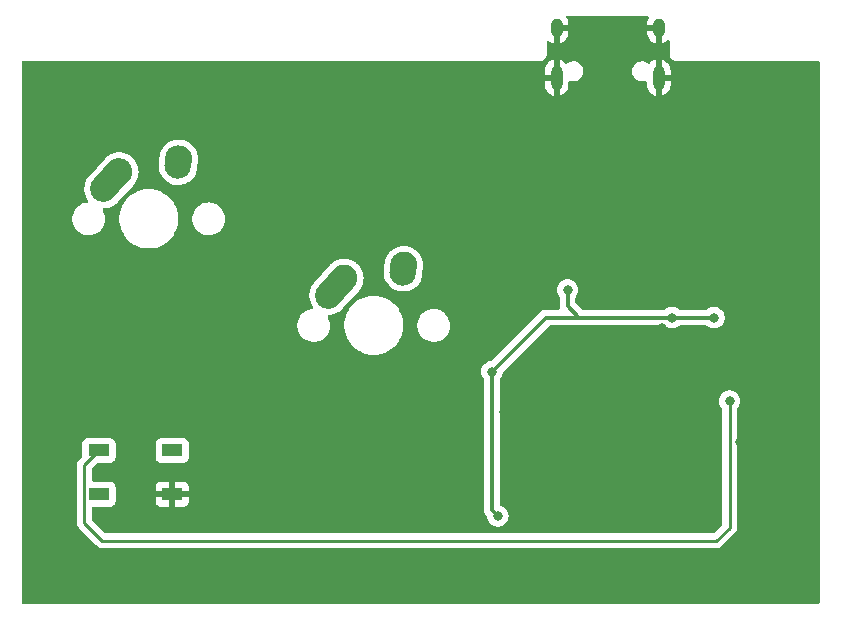
<source format=gbr>
%TF.GenerationSoftware,KiCad,Pcbnew,(6.0.7)*%
%TF.CreationDate,2022-08-09T22:59:19+07:00*%
%TF.ProjectId,Keypad-3,4b657970-6164-42d3-932e-6b696361645f,rev?*%
%TF.SameCoordinates,Original*%
%TF.FileFunction,Copper,L1,Top*%
%TF.FilePolarity,Positive*%
%FSLAX46Y46*%
G04 Gerber Fmt 4.6, Leading zero omitted, Abs format (unit mm)*
G04 Created by KiCad (PCBNEW (6.0.7)) date 2022-08-09 22:59:19*
%MOMM*%
%LPD*%
G01*
G04 APERTURE LIST*
G04 Aperture macros list*
%AMHorizOval*
0 Thick line with rounded ends*
0 $1 width*
0 $2 $3 position (X,Y) of the first rounded end (center of the circle)*
0 $4 $5 position (X,Y) of the second rounded end (center of the circle)*
0 Add line between two ends*
20,1,$1,$2,$3,$4,$5,0*
0 Add two circle primitives to create the rounded ends*
1,1,$1,$2,$3*
1,1,$1,$4,$5*%
G04 Aperture macros list end*
%TA.AperFunction,SMDPad,CuDef*%
%ADD10R,1.800000X1.100000*%
%TD*%
%TA.AperFunction,ComponentPad*%
%ADD11HorizOval,2.250000X0.655001X0.730000X-0.655001X-0.730000X0*%
%TD*%
%TA.AperFunction,ComponentPad*%
%ADD12C,2.250000*%
%TD*%
%TA.AperFunction,ComponentPad*%
%ADD13HorizOval,2.250000X0.020000X0.290000X-0.020000X-0.290000X0*%
%TD*%
%TA.AperFunction,ComponentPad*%
%ADD14O,1.000000X2.100000*%
%TD*%
%TA.AperFunction,ComponentPad*%
%ADD15O,1.000000X1.600000*%
%TD*%
%TA.AperFunction,ViaPad*%
%ADD16C,0.800000*%
%TD*%
%TA.AperFunction,Conductor*%
%ADD17C,0.330200*%
%TD*%
%TA.AperFunction,Conductor*%
%ADD18C,0.254000*%
%TD*%
G04 APERTURE END LIST*
D10*
%TO.P,SW1,1,1*%
%TO.N,GND*%
X160580000Y-134996800D03*
%TO.P,SW1,2,2*%
%TO.N,Net-(R1-Pad2)*%
X154380000Y-131296800D03*
%TO.P,SW1,3*%
%TO.N,N/C*%
X160580000Y-131296800D03*
%TO.P,SW1,4*%
X154380000Y-134996800D03*
%TD*%
D11*
%TO.P,MX1,1,COL*%
%TO.N,COL0*%
X155442601Y-108414800D03*
D12*
X156097600Y-107684800D03*
D13*
%TO.P,MX1,2,ROW*%
%TO.N,Net-(D1-Pad2)*%
X161117600Y-106894800D03*
D12*
X161137600Y-106604800D03*
%TD*%
D11*
%TO.P,MX2,1,COL*%
%TO.N,COL1*%
X174492601Y-117431800D03*
D12*
X175147600Y-116701800D03*
%TO.P,MX2,2,ROW*%
%TO.N,Net-(D2-Pad2)*%
X180187600Y-115621800D03*
D13*
X180167600Y-115911800D03*
%TD*%
D14*
%TO.P,J1,S1,SHIELD*%
%TO.N,GND*%
X201767768Y-99725000D03*
X193127768Y-99725000D03*
D15*
X201767768Y-95545000D03*
X193127768Y-95545000D03*
%TD*%
D16*
%TO.N,GND*%
X188672592Y-128068192D03*
X188813260Y-134424109D03*
X201003768Y-106299000D03*
X201638768Y-101600000D03*
X208691083Y-130589676D03*
X163118800Y-135026400D03*
X210731873Y-126506122D03*
X202018400Y-120915668D03*
X197525000Y-131550000D03*
X192600000Y-141200000D03*
X193002768Y-103505000D03*
X213515753Y-132882103D03*
X199180000Y-124160000D03*
X202400768Y-103505000D03*
X213515751Y-135396576D03*
X193141600Y-101662632D03*
X202250000Y-131550000D03*
%TO.N,+5V*%
X202895200Y-120040400D03*
X187655200Y-124612400D03*
X194056000Y-117703600D03*
X206451200Y-120040400D03*
X188150500Y-136842500D03*
%TO.N,Net-(R1-Pad2)*%
X207772000Y-127127000D03*
%TD*%
D17*
%TO.N,GND*%
X160580000Y-134996800D02*
X163089200Y-134996800D01*
X163089200Y-134996800D02*
X163118800Y-135026400D01*
%TO.N,+5V*%
X195326000Y-120040400D02*
X195021200Y-120040400D01*
X203657200Y-120040400D02*
X202895200Y-120040400D01*
X187655200Y-136347200D02*
X188150500Y-136842500D01*
X194056000Y-117703600D02*
X194056000Y-119075200D01*
X202895200Y-120040400D02*
X195935600Y-120040400D01*
X195935600Y-120040400D02*
X195326000Y-120040400D01*
X194056000Y-119075200D02*
X195021200Y-120040400D01*
X187655200Y-124612400D02*
X187655200Y-136347200D01*
X187655200Y-124612400D02*
X192227200Y-120040400D01*
X192227200Y-120040400D02*
X195326000Y-120040400D01*
X206451200Y-120040400D02*
X203657200Y-120040400D01*
D18*
%TO.N,Net-(R1-Pad2)*%
X207772000Y-137820400D02*
X207772000Y-127127000D01*
X153153000Y-137405000D02*
X154677000Y-138929000D01*
X206663400Y-138929000D02*
X207772000Y-137820400D01*
X153153000Y-132523800D02*
X153153000Y-137405000D01*
X154380000Y-131296800D02*
X153153000Y-132523800D01*
X154677000Y-138929000D02*
X206663400Y-138929000D01*
%TD*%
%TA.AperFunction,Conductor*%
%TO.N,GND*%
G36*
X200888394Y-94508502D02*
G01*
X200934887Y-94562158D01*
X200944991Y-94632432D01*
X200930687Y-94675201D01*
X200839766Y-94840585D01*
X200834934Y-94851858D01*
X200778888Y-95028538D01*
X200776338Y-95040532D01*
X200760161Y-95184761D01*
X200759768Y-95191785D01*
X200759768Y-95272885D01*
X200764243Y-95288124D01*
X200765633Y-95289329D01*
X200773316Y-95291000D01*
X201895768Y-95291000D01*
X201963889Y-95311002D01*
X202010382Y-95364658D01*
X202021768Y-95417000D01*
X202021768Y-96802924D01*
X202025741Y-96816455D01*
X202033536Y-96817575D01*
X202141289Y-96785862D01*
X202152657Y-96781269D01*
X202316922Y-96695393D01*
X202327183Y-96688679D01*
X202471640Y-96572533D01*
X202477340Y-96566951D01*
X202540004Y-96533578D01*
X202610763Y-96539383D01*
X202667152Y-96582521D01*
X202691266Y-96649297D01*
X202691500Y-96656972D01*
X202691500Y-97781377D01*
X202691498Y-97782147D01*
X202691024Y-97859721D01*
X202693491Y-97868352D01*
X202699150Y-97888153D01*
X202702728Y-97904915D01*
X202706920Y-97934187D01*
X202710634Y-97942355D01*
X202710634Y-97942356D01*
X202717548Y-97957562D01*
X202723996Y-97975086D01*
X202731051Y-97999771D01*
X202735843Y-98007365D01*
X202735844Y-98007368D01*
X202746830Y-98024780D01*
X202754969Y-98039863D01*
X202767208Y-98066782D01*
X202773069Y-98073584D01*
X202783970Y-98086235D01*
X202795073Y-98101239D01*
X202808776Y-98122958D01*
X202815501Y-98128897D01*
X202815504Y-98128901D01*
X202830938Y-98142532D01*
X202842982Y-98154724D01*
X202856427Y-98170327D01*
X202856430Y-98170329D01*
X202862287Y-98177127D01*
X202869816Y-98182007D01*
X202869817Y-98182008D01*
X202883835Y-98191094D01*
X202898709Y-98202385D01*
X202911217Y-98213431D01*
X202917951Y-98219378D01*
X202944711Y-98231942D01*
X202959691Y-98240263D01*
X202976983Y-98251471D01*
X202976988Y-98251473D01*
X202984515Y-98256352D01*
X202993108Y-98258922D01*
X202993113Y-98258924D01*
X203009120Y-98263711D01*
X203026564Y-98270372D01*
X203041676Y-98277467D01*
X203041678Y-98277468D01*
X203049800Y-98281281D01*
X203058667Y-98282662D01*
X203058668Y-98282662D01*
X203061353Y-98283080D01*
X203079017Y-98285830D01*
X203095732Y-98289613D01*
X203115466Y-98295515D01*
X203115472Y-98295516D01*
X203124066Y-98298086D01*
X203133037Y-98298141D01*
X203133038Y-98298141D01*
X203143097Y-98298202D01*
X203158506Y-98298296D01*
X203159289Y-98298329D01*
X203160386Y-98298500D01*
X203191377Y-98298500D01*
X203192147Y-98298502D01*
X203265785Y-98298952D01*
X203265786Y-98298952D01*
X203269721Y-98298976D01*
X203271065Y-98298592D01*
X203272410Y-98298500D01*
X215265500Y-98298500D01*
X215333621Y-98318502D01*
X215380114Y-98372158D01*
X215391500Y-98424500D01*
X215391500Y-144145500D01*
X215371498Y-144213621D01*
X215317842Y-144260114D01*
X215265500Y-144271500D01*
X147954500Y-144271500D01*
X147886379Y-144251498D01*
X147839886Y-144197842D01*
X147828500Y-144145500D01*
X147828500Y-132503679D01*
X152512765Y-132503679D01*
X152513511Y-132511571D01*
X152516941Y-132547856D01*
X152517500Y-132559714D01*
X152517500Y-137325980D01*
X152516970Y-137337214D01*
X152515292Y-137344719D01*
X152516383Y-137379444D01*
X152517438Y-137413012D01*
X152517500Y-137416969D01*
X152517500Y-137444983D01*
X152517996Y-137448908D01*
X152517996Y-137448909D01*
X152518008Y-137449004D01*
X152518941Y-137460849D01*
X152520335Y-137505205D01*
X152526013Y-137524748D01*
X152530023Y-137544112D01*
X152532573Y-137564299D01*
X152535489Y-137571663D01*
X152535490Y-137571668D01*
X152548907Y-137605556D01*
X152552752Y-137616785D01*
X152565131Y-137659393D01*
X152569169Y-137666220D01*
X152569170Y-137666223D01*
X152575488Y-137676906D01*
X152584188Y-137694664D01*
X152588761Y-137706215D01*
X152588765Y-137706221D01*
X152591681Y-137713588D01*
X152596339Y-137719999D01*
X152596340Y-137720001D01*
X152617764Y-137749488D01*
X152624281Y-137759410D01*
X152642826Y-137790768D01*
X152642829Y-137790772D01*
X152646866Y-137797598D01*
X152661250Y-137811982D01*
X152674091Y-137827016D01*
X152686058Y-137843487D01*
X152692166Y-137848540D01*
X152720255Y-137871777D01*
X152729035Y-137879767D01*
X154171745Y-139322477D01*
X154179322Y-139330803D01*
X154183447Y-139337303D01*
X154189225Y-139342729D01*
X154189226Y-139342730D01*
X154233281Y-139384100D01*
X154236123Y-139386855D01*
X154255906Y-139406638D01*
X154259114Y-139409126D01*
X154268143Y-139416837D01*
X154300494Y-139447217D01*
X154307443Y-139451037D01*
X154318329Y-139457022D01*
X154334853Y-139467876D01*
X154350933Y-139480349D01*
X154358210Y-139483498D01*
X154391650Y-139497969D01*
X154402311Y-139503192D01*
X154434247Y-139520749D01*
X154434252Y-139520751D01*
X154441197Y-139524569D01*
X154448871Y-139526539D01*
X154448878Y-139526542D01*
X154460913Y-139529632D01*
X154479618Y-139536036D01*
X154491013Y-139540967D01*
X154498292Y-139544117D01*
X154513401Y-139546510D01*
X154542127Y-139551060D01*
X154553740Y-139553465D01*
X154596718Y-139564500D01*
X154617065Y-139564500D01*
X154636777Y-139566051D01*
X154656879Y-139569235D01*
X154664771Y-139568489D01*
X154701056Y-139565059D01*
X154712914Y-139564500D01*
X206584380Y-139564500D01*
X206595614Y-139565030D01*
X206603119Y-139566708D01*
X206671412Y-139564562D01*
X206675369Y-139564500D01*
X206703383Y-139564500D01*
X206707308Y-139564004D01*
X206707309Y-139564004D01*
X206707404Y-139563992D01*
X206719249Y-139563059D01*
X206749070Y-139562122D01*
X206755682Y-139561914D01*
X206755683Y-139561914D01*
X206763605Y-139561665D01*
X206783149Y-139555987D01*
X206802512Y-139551977D01*
X206814840Y-139550420D01*
X206814842Y-139550420D01*
X206822699Y-139549427D01*
X206830063Y-139546511D01*
X206830068Y-139546510D01*
X206863956Y-139533093D01*
X206875185Y-139529248D01*
X206891865Y-139524402D01*
X206917793Y-139516869D01*
X206924620Y-139512831D01*
X206924623Y-139512830D01*
X206935306Y-139506512D01*
X206953064Y-139497812D01*
X206964615Y-139493239D01*
X206964621Y-139493235D01*
X206971988Y-139490319D01*
X206981377Y-139483498D01*
X207007888Y-139464236D01*
X207017810Y-139457719D01*
X207049168Y-139439174D01*
X207049172Y-139439171D01*
X207055998Y-139435134D01*
X207070382Y-139420750D01*
X207085416Y-139407909D01*
X207095473Y-139400602D01*
X207101887Y-139395942D01*
X207130178Y-139361744D01*
X207138167Y-139352965D01*
X208165483Y-138325650D01*
X208173809Y-138318074D01*
X208180303Y-138313953D01*
X208227086Y-138264134D01*
X208229840Y-138261293D01*
X208249639Y-138241494D01*
X208252068Y-138238363D01*
X208252072Y-138238358D01*
X208252139Y-138238272D01*
X208259847Y-138229247D01*
X208284791Y-138202685D01*
X208284794Y-138202681D01*
X208290217Y-138196906D01*
X208294036Y-138189960D01*
X208294039Y-138189955D01*
X208300022Y-138179072D01*
X208310878Y-138162544D01*
X208318492Y-138152729D01*
X208318494Y-138152726D01*
X208323349Y-138146467D01*
X208326495Y-138139197D01*
X208326498Y-138139192D01*
X208340969Y-138105750D01*
X208346192Y-138095089D01*
X208363749Y-138063153D01*
X208363751Y-138063148D01*
X208367569Y-138056203D01*
X208369539Y-138048529D01*
X208369542Y-138048522D01*
X208372632Y-138036487D01*
X208379036Y-138017782D01*
X208383967Y-138006387D01*
X208387117Y-137999108D01*
X208394060Y-137955273D01*
X208396467Y-137943651D01*
X208407500Y-137900682D01*
X208407500Y-137880335D01*
X208409051Y-137860624D01*
X208410995Y-137848350D01*
X208412235Y-137840521D01*
X208408708Y-137803209D01*
X208408059Y-137796344D01*
X208407500Y-137784486D01*
X208407500Y-127827303D01*
X208427502Y-127759182D01*
X208439864Y-127742993D01*
X208506621Y-127668852D01*
X208506622Y-127668851D01*
X208511040Y-127663944D01*
X208606527Y-127498556D01*
X208665542Y-127316928D01*
X208685504Y-127127000D01*
X208665542Y-126937072D01*
X208606527Y-126755444D01*
X208511040Y-126590056D01*
X208383253Y-126448134D01*
X208228752Y-126335882D01*
X208222724Y-126333198D01*
X208222722Y-126333197D01*
X208060319Y-126260891D01*
X208060318Y-126260891D01*
X208054288Y-126258206D01*
X207960887Y-126238353D01*
X207873944Y-126219872D01*
X207873939Y-126219872D01*
X207867487Y-126218500D01*
X207676513Y-126218500D01*
X207670061Y-126219872D01*
X207670056Y-126219872D01*
X207583113Y-126238353D01*
X207489712Y-126258206D01*
X207483682Y-126260891D01*
X207483681Y-126260891D01*
X207321278Y-126333197D01*
X207321276Y-126333198D01*
X207315248Y-126335882D01*
X207160747Y-126448134D01*
X207032960Y-126590056D01*
X206937473Y-126755444D01*
X206878458Y-126937072D01*
X206858496Y-127127000D01*
X206878458Y-127316928D01*
X206937473Y-127498556D01*
X207032960Y-127663944D01*
X207037378Y-127668851D01*
X207037379Y-127668852D01*
X207104136Y-127742993D01*
X207134854Y-127807000D01*
X207136500Y-127827303D01*
X207136500Y-137504977D01*
X207116498Y-137573098D01*
X207099595Y-137594072D01*
X206437072Y-138256595D01*
X206374760Y-138290621D01*
X206347977Y-138293500D01*
X154992423Y-138293500D01*
X154924302Y-138273498D01*
X154903328Y-138256595D01*
X153825405Y-137178672D01*
X153791379Y-137116360D01*
X153788500Y-137089577D01*
X153788500Y-136181300D01*
X153808502Y-136113179D01*
X153862158Y-136066686D01*
X153914500Y-136055300D01*
X155328134Y-136055300D01*
X155390316Y-136048545D01*
X155526705Y-135997415D01*
X155643261Y-135910061D01*
X155730615Y-135793505D01*
X155781745Y-135657116D01*
X155788500Y-135594934D01*
X155788500Y-135591469D01*
X159172001Y-135591469D01*
X159172371Y-135598290D01*
X159177895Y-135649152D01*
X159181521Y-135664404D01*
X159226676Y-135784854D01*
X159235214Y-135800449D01*
X159311715Y-135902524D01*
X159324276Y-135915085D01*
X159426351Y-135991586D01*
X159441946Y-136000124D01*
X159562394Y-136045278D01*
X159577649Y-136048905D01*
X159628514Y-136054431D01*
X159635328Y-136054800D01*
X160307885Y-136054800D01*
X160323124Y-136050325D01*
X160324329Y-136048935D01*
X160326000Y-136041252D01*
X160326000Y-136036684D01*
X160834000Y-136036684D01*
X160838475Y-136051923D01*
X160839865Y-136053128D01*
X160847548Y-136054799D01*
X161524669Y-136054799D01*
X161531490Y-136054429D01*
X161582352Y-136048905D01*
X161597604Y-136045279D01*
X161718054Y-136000124D01*
X161733649Y-135991586D01*
X161835724Y-135915085D01*
X161848285Y-135902524D01*
X161924786Y-135800449D01*
X161933324Y-135784854D01*
X161978478Y-135664406D01*
X161982105Y-135649151D01*
X161987631Y-135598286D01*
X161988000Y-135591472D01*
X161988000Y-135268915D01*
X161983525Y-135253676D01*
X161982135Y-135252471D01*
X161974452Y-135250800D01*
X160852115Y-135250800D01*
X160836876Y-135255275D01*
X160835671Y-135256665D01*
X160834000Y-135264348D01*
X160834000Y-136036684D01*
X160326000Y-136036684D01*
X160326000Y-135268915D01*
X160321525Y-135253676D01*
X160320135Y-135252471D01*
X160312452Y-135250800D01*
X159190116Y-135250800D01*
X159174877Y-135255275D01*
X159173672Y-135256665D01*
X159172001Y-135264348D01*
X159172001Y-135591469D01*
X155788500Y-135591469D01*
X155788500Y-134724685D01*
X159172000Y-134724685D01*
X159176475Y-134739924D01*
X159177865Y-134741129D01*
X159185548Y-134742800D01*
X160307885Y-134742800D01*
X160323124Y-134738325D01*
X160324329Y-134736935D01*
X160326000Y-134729252D01*
X160326000Y-134724685D01*
X160834000Y-134724685D01*
X160838475Y-134739924D01*
X160839865Y-134741129D01*
X160847548Y-134742800D01*
X161969884Y-134742800D01*
X161985123Y-134738325D01*
X161986328Y-134736935D01*
X161987999Y-134729252D01*
X161987999Y-134402131D01*
X161987629Y-134395310D01*
X161982105Y-134344448D01*
X161978479Y-134329196D01*
X161933324Y-134208746D01*
X161924786Y-134193151D01*
X161848285Y-134091076D01*
X161835724Y-134078515D01*
X161733649Y-134002014D01*
X161718054Y-133993476D01*
X161597606Y-133948322D01*
X161582351Y-133944695D01*
X161531486Y-133939169D01*
X161524672Y-133938800D01*
X160852115Y-133938800D01*
X160836876Y-133943275D01*
X160835671Y-133944665D01*
X160834000Y-133952348D01*
X160834000Y-134724685D01*
X160326000Y-134724685D01*
X160326000Y-133956916D01*
X160321525Y-133941677D01*
X160320135Y-133940472D01*
X160312452Y-133938801D01*
X159635331Y-133938801D01*
X159628510Y-133939171D01*
X159577648Y-133944695D01*
X159562396Y-133948321D01*
X159441946Y-133993476D01*
X159426351Y-134002014D01*
X159324276Y-134078515D01*
X159311715Y-134091076D01*
X159235214Y-134193151D01*
X159226676Y-134208746D01*
X159181522Y-134329194D01*
X159177895Y-134344449D01*
X159172369Y-134395314D01*
X159172000Y-134402128D01*
X159172000Y-134724685D01*
X155788500Y-134724685D01*
X155788500Y-134398666D01*
X155781745Y-134336484D01*
X155730615Y-134200095D01*
X155643261Y-134083539D01*
X155526705Y-133996185D01*
X155390316Y-133945055D01*
X155328134Y-133938300D01*
X153914500Y-133938300D01*
X153846379Y-133918298D01*
X153799886Y-133864642D01*
X153788500Y-133812300D01*
X153788500Y-132839223D01*
X153808502Y-132771102D01*
X153825405Y-132750127D01*
X154183329Y-132392204D01*
X154245641Y-132358179D01*
X154272424Y-132355300D01*
X155328134Y-132355300D01*
X155390316Y-132348545D01*
X155526705Y-132297415D01*
X155643261Y-132210061D01*
X155730615Y-132093505D01*
X155781745Y-131957116D01*
X155788500Y-131894934D01*
X159171500Y-131894934D01*
X159178255Y-131957116D01*
X159229385Y-132093505D01*
X159316739Y-132210061D01*
X159433295Y-132297415D01*
X159569684Y-132348545D01*
X159631866Y-132355300D01*
X161528134Y-132355300D01*
X161590316Y-132348545D01*
X161726705Y-132297415D01*
X161843261Y-132210061D01*
X161930615Y-132093505D01*
X161981745Y-131957116D01*
X161988500Y-131894934D01*
X161988500Y-130698666D01*
X161981745Y-130636484D01*
X161930615Y-130500095D01*
X161843261Y-130383539D01*
X161726705Y-130296185D01*
X161590316Y-130245055D01*
X161528134Y-130238300D01*
X159631866Y-130238300D01*
X159569684Y-130245055D01*
X159433295Y-130296185D01*
X159316739Y-130383539D01*
X159229385Y-130500095D01*
X159178255Y-130636484D01*
X159171500Y-130698666D01*
X159171500Y-131894934D01*
X155788500Y-131894934D01*
X155788500Y-130698666D01*
X155781745Y-130636484D01*
X155730615Y-130500095D01*
X155643261Y-130383539D01*
X155526705Y-130296185D01*
X155390316Y-130245055D01*
X155328134Y-130238300D01*
X153431866Y-130238300D01*
X153369684Y-130245055D01*
X153233295Y-130296185D01*
X153116739Y-130383539D01*
X153029385Y-130500095D01*
X152978255Y-130636484D01*
X152971500Y-130698666D01*
X152971500Y-131754377D01*
X152951498Y-131822498D01*
X152934595Y-131843472D01*
X152759517Y-132018550D01*
X152751191Y-132026126D01*
X152744697Y-132030247D01*
X152739274Y-132036022D01*
X152697915Y-132080065D01*
X152695160Y-132082907D01*
X152675361Y-132102706D01*
X152672937Y-132105831D01*
X152672929Y-132105840D01*
X152672863Y-132105926D01*
X152665155Y-132114951D01*
X152634783Y-132147294D01*
X152630965Y-132154238D01*
X152630964Y-132154240D01*
X152624978Y-132165129D01*
X152614127Y-132181647D01*
X152601650Y-132197733D01*
X152584024Y-132238466D01*
X152578807Y-132249114D01*
X152557431Y-132287997D01*
X152555460Y-132295672D01*
X152555458Y-132295678D01*
X152552369Y-132307711D01*
X152545966Y-132326413D01*
X152537883Y-132345092D01*
X152535810Y-132358179D01*
X152530940Y-132388927D01*
X152528535Y-132400540D01*
X152517500Y-132443518D01*
X152517500Y-132463865D01*
X152515949Y-132483576D01*
X152512765Y-132503679D01*
X147828500Y-132503679D01*
X147828500Y-124612400D01*
X186741696Y-124612400D01*
X186742386Y-124618965D01*
X186744053Y-124634821D01*
X186761658Y-124802328D01*
X186820673Y-124983956D01*
X186916160Y-125149344D01*
X186920580Y-125154253D01*
X186949237Y-125186080D01*
X186979954Y-125250088D01*
X186981600Y-125270390D01*
X186981600Y-136319491D01*
X186981308Y-136328062D01*
X186977582Y-136382712D01*
X186988006Y-136442435D01*
X186988963Y-136448925D01*
X186996240Y-136509056D01*
X186998926Y-136516165D01*
X187000350Y-136521962D01*
X187002580Y-136530117D01*
X187004308Y-136535841D01*
X187005614Y-136543322D01*
X187008667Y-136550277D01*
X187029963Y-136598790D01*
X187032456Y-136604899D01*
X187050470Y-136652572D01*
X187053869Y-136661568D01*
X187058170Y-136667827D01*
X187060924Y-136673094D01*
X187065057Y-136680519D01*
X187068092Y-136685651D01*
X187071146Y-136692608D01*
X187075770Y-136698634D01*
X187075771Y-136698636D01*
X187108022Y-136740666D01*
X187111900Y-136746004D01*
X187141909Y-136789669D01*
X187141915Y-136789676D01*
X187146214Y-136795931D01*
X187151882Y-136800981D01*
X187151883Y-136800982D01*
X187190310Y-136835219D01*
X187195586Y-136840201D01*
X187210038Y-136854653D01*
X187244064Y-136916965D01*
X187246253Y-136930575D01*
X187256958Y-137032428D01*
X187315973Y-137214056D01*
X187411460Y-137379444D01*
X187415878Y-137384351D01*
X187415879Y-137384352D01*
X187531549Y-137512817D01*
X187539247Y-137521366D01*
X187693748Y-137633618D01*
X187699776Y-137636302D01*
X187699778Y-137636303D01*
X187830860Y-137694664D01*
X187868212Y-137711294D01*
X187961613Y-137731147D01*
X188048556Y-137749628D01*
X188048561Y-137749628D01*
X188055013Y-137751000D01*
X188245987Y-137751000D01*
X188252439Y-137749628D01*
X188252444Y-137749628D01*
X188339387Y-137731147D01*
X188432788Y-137711294D01*
X188470140Y-137694664D01*
X188601222Y-137636303D01*
X188601224Y-137636302D01*
X188607252Y-137633618D01*
X188761753Y-137521366D01*
X188769451Y-137512817D01*
X188885121Y-137384352D01*
X188885122Y-137384351D01*
X188889540Y-137379444D01*
X188985027Y-137214056D01*
X189044042Y-137032428D01*
X189064004Y-136842500D01*
X189059640Y-136800982D01*
X189044732Y-136659135D01*
X189044732Y-136659133D01*
X189044042Y-136652572D01*
X188985027Y-136470944D01*
X188968554Y-136442411D01*
X188892841Y-136311274D01*
X188889540Y-136305556D01*
X188761753Y-136163634D01*
X188607252Y-136051382D01*
X188601224Y-136048698D01*
X188601222Y-136048697D01*
X188438814Y-135976389D01*
X188438815Y-135976389D01*
X188432788Y-135973706D01*
X188426335Y-135972334D01*
X188420049Y-135970292D01*
X188420628Y-135968509D01*
X188366137Y-135939095D01*
X188331810Y-135876948D01*
X188328800Y-135849570D01*
X188328800Y-125270390D01*
X188348802Y-125202269D01*
X188361163Y-125186080D01*
X188389820Y-125154253D01*
X188394240Y-125149344D01*
X188489727Y-124983956D01*
X188548742Y-124802328D01*
X188559447Y-124700477D01*
X188586460Y-124634821D01*
X188595662Y-124624553D01*
X192469310Y-120750905D01*
X192531622Y-120716879D01*
X192558405Y-120714000D01*
X194947549Y-120714000D01*
X194970509Y-120716110D01*
X194978593Y-120717608D01*
X194986173Y-120717171D01*
X194986174Y-120717171D01*
X195037543Y-120714209D01*
X195044796Y-120714000D01*
X202235759Y-120714000D01*
X202303880Y-120734002D01*
X202309820Y-120738064D01*
X202438448Y-120831518D01*
X202444476Y-120834202D01*
X202444478Y-120834203D01*
X202515186Y-120865684D01*
X202612912Y-120909194D01*
X202706313Y-120929047D01*
X202793256Y-120947528D01*
X202793261Y-120947528D01*
X202799713Y-120948900D01*
X202990687Y-120948900D01*
X202997139Y-120947528D01*
X202997144Y-120947528D01*
X203084087Y-120929047D01*
X203177488Y-120909194D01*
X203275214Y-120865684D01*
X203345922Y-120834203D01*
X203345924Y-120834202D01*
X203351952Y-120831518D01*
X203480580Y-120738064D01*
X203547448Y-120714206D01*
X203554641Y-120714000D01*
X205791759Y-120714000D01*
X205859880Y-120734002D01*
X205865820Y-120738064D01*
X205994448Y-120831518D01*
X206000476Y-120834202D01*
X206000478Y-120834203D01*
X206071186Y-120865684D01*
X206168912Y-120909194D01*
X206262313Y-120929047D01*
X206349256Y-120947528D01*
X206349261Y-120947528D01*
X206355713Y-120948900D01*
X206546687Y-120948900D01*
X206553139Y-120947528D01*
X206553144Y-120947528D01*
X206640087Y-120929047D01*
X206733488Y-120909194D01*
X206831214Y-120865684D01*
X206901922Y-120834203D01*
X206901924Y-120834202D01*
X206907952Y-120831518D01*
X207062453Y-120719266D01*
X207190240Y-120577344D01*
X207285727Y-120411956D01*
X207344742Y-120230328D01*
X207350094Y-120179412D01*
X207364014Y-120046965D01*
X207364704Y-120040400D01*
X207357817Y-119974876D01*
X207345432Y-119857035D01*
X207345432Y-119857033D01*
X207344742Y-119850472D01*
X207285727Y-119668844D01*
X207190240Y-119503456D01*
X207184515Y-119497097D01*
X207066875Y-119366445D01*
X207066874Y-119366444D01*
X207062453Y-119361534D01*
X206907952Y-119249282D01*
X206901924Y-119246598D01*
X206901922Y-119246597D01*
X206739519Y-119174291D01*
X206739518Y-119174291D01*
X206733488Y-119171606D01*
X206640088Y-119151753D01*
X206553144Y-119133272D01*
X206553139Y-119133272D01*
X206546687Y-119131900D01*
X206355713Y-119131900D01*
X206349261Y-119133272D01*
X206349256Y-119133272D01*
X206262312Y-119151753D01*
X206168912Y-119171606D01*
X206162882Y-119174291D01*
X206162881Y-119174291D01*
X206000478Y-119246597D01*
X206000476Y-119246598D01*
X205994448Y-119249282D01*
X205989107Y-119253162D01*
X205989106Y-119253163D01*
X205865820Y-119342736D01*
X205798952Y-119366594D01*
X205791759Y-119366800D01*
X203554641Y-119366800D01*
X203486520Y-119346798D01*
X203480580Y-119342736D01*
X203357294Y-119253163D01*
X203357293Y-119253162D01*
X203351952Y-119249282D01*
X203345924Y-119246598D01*
X203345922Y-119246597D01*
X203183519Y-119174291D01*
X203183518Y-119174291D01*
X203177488Y-119171606D01*
X203084088Y-119151753D01*
X202997144Y-119133272D01*
X202997139Y-119133272D01*
X202990687Y-119131900D01*
X202799713Y-119131900D01*
X202793261Y-119133272D01*
X202793256Y-119133272D01*
X202706312Y-119151753D01*
X202612912Y-119171606D01*
X202606882Y-119174291D01*
X202606881Y-119174291D01*
X202444478Y-119246597D01*
X202444476Y-119246598D01*
X202438448Y-119249282D01*
X202433107Y-119253162D01*
X202433106Y-119253163D01*
X202309820Y-119342736D01*
X202242952Y-119366594D01*
X202235759Y-119366800D01*
X195352406Y-119366800D01*
X195284285Y-119346798D01*
X195263311Y-119329896D01*
X194766505Y-118833091D01*
X194732480Y-118770778D01*
X194729600Y-118743995D01*
X194729600Y-118361590D01*
X194749602Y-118293469D01*
X194761963Y-118277280D01*
X194790620Y-118245453D01*
X194795040Y-118240544D01*
X194810237Y-118214223D01*
X194887223Y-118080879D01*
X194887224Y-118080878D01*
X194890527Y-118075156D01*
X194949542Y-117893528D01*
X194969504Y-117703600D01*
X194949542Y-117513672D01*
X194890527Y-117332044D01*
X194795040Y-117166656D01*
X194788040Y-117158881D01*
X194671675Y-117029645D01*
X194671674Y-117029644D01*
X194667253Y-117024734D01*
X194568157Y-116952736D01*
X194518094Y-116916363D01*
X194518093Y-116916362D01*
X194512752Y-116912482D01*
X194506724Y-116909798D01*
X194506722Y-116909797D01*
X194344319Y-116837491D01*
X194344318Y-116837491D01*
X194338288Y-116834806D01*
X194241147Y-116814158D01*
X194157944Y-116796472D01*
X194157939Y-116796472D01*
X194151487Y-116795100D01*
X193960513Y-116795100D01*
X193954061Y-116796472D01*
X193954056Y-116796472D01*
X193870853Y-116814158D01*
X193773712Y-116834806D01*
X193767682Y-116837491D01*
X193767681Y-116837491D01*
X193605278Y-116909797D01*
X193605276Y-116909798D01*
X193599248Y-116912482D01*
X193593907Y-116916362D01*
X193593906Y-116916363D01*
X193543843Y-116952736D01*
X193444747Y-117024734D01*
X193440326Y-117029644D01*
X193440325Y-117029645D01*
X193323961Y-117158881D01*
X193316960Y-117166656D01*
X193221473Y-117332044D01*
X193162458Y-117513672D01*
X193142496Y-117703600D01*
X193162458Y-117893528D01*
X193221473Y-118075156D01*
X193224776Y-118080878D01*
X193224777Y-118080879D01*
X193301764Y-118214223D01*
X193316960Y-118240544D01*
X193321380Y-118245453D01*
X193350037Y-118277280D01*
X193380754Y-118341288D01*
X193382400Y-118361590D01*
X193382400Y-119047491D01*
X193382108Y-119056062D01*
X193378382Y-119110712D01*
X193388806Y-119170435D01*
X193389759Y-119176893D01*
X193395662Y-119225666D01*
X193383988Y-119295694D01*
X193336306Y-119348296D01*
X193270574Y-119366800D01*
X192254898Y-119366800D01*
X192246328Y-119366508D01*
X192199263Y-119363299D01*
X192199259Y-119363299D01*
X192191687Y-119362783D01*
X192131986Y-119373203D01*
X192125474Y-119374163D01*
X192106702Y-119376435D01*
X192072887Y-119380527D01*
X192072885Y-119380527D01*
X192065344Y-119381440D01*
X192058241Y-119384124D01*
X192052446Y-119385547D01*
X192044296Y-119387777D01*
X192038565Y-119389507D01*
X192031078Y-119390814D01*
X192024123Y-119393867D01*
X191975604Y-119415165D01*
X191969497Y-119417657D01*
X191936864Y-119429988D01*
X191912832Y-119439069D01*
X191906573Y-119443371D01*
X191901251Y-119446153D01*
X191893917Y-119450235D01*
X191888749Y-119453292D01*
X191881791Y-119456346D01*
X191833720Y-119493233D01*
X191828411Y-119497090D01*
X191778469Y-119531414D01*
X191773419Y-119537082D01*
X191773418Y-119537083D01*
X191739173Y-119575519D01*
X191734191Y-119580795D01*
X187647895Y-123667091D01*
X187585583Y-123701117D01*
X187571968Y-123703306D01*
X187566315Y-123703900D01*
X187559713Y-123703900D01*
X187553260Y-123705272D01*
X187553257Y-123705272D01*
X187490687Y-123718572D01*
X187372912Y-123743606D01*
X187366882Y-123746291D01*
X187366881Y-123746291D01*
X187204478Y-123818597D01*
X187204476Y-123818598D01*
X187198448Y-123821282D01*
X187043947Y-123933534D01*
X186916160Y-124075456D01*
X186820673Y-124240844D01*
X186761658Y-124422472D01*
X186741696Y-124612400D01*
X147828500Y-124612400D01*
X147828500Y-120636393D01*
X171180639Y-120636393D01*
X171180839Y-120641722D01*
X171180839Y-120641723D01*
X171183561Y-120714209D01*
X171189448Y-120871016D01*
X171205502Y-120947528D01*
X171215394Y-120994671D01*
X171237662Y-121100801D01*
X171323902Y-121319177D01*
X171445704Y-121519900D01*
X171599585Y-121697232D01*
X171603717Y-121700620D01*
X171777016Y-121842717D01*
X171777022Y-121842721D01*
X171781144Y-121846101D01*
X171785780Y-121848740D01*
X171785783Y-121848742D01*
X171897008Y-121912055D01*
X171985190Y-121962251D01*
X172205889Y-122042361D01*
X172211138Y-122043310D01*
X172211141Y-122043311D01*
X172292215Y-122057971D01*
X172436930Y-122084140D01*
X172441069Y-122084335D01*
X172441076Y-122084336D01*
X172460040Y-122085230D01*
X172460049Y-122085230D01*
X172461529Y-122085300D01*
X172626550Y-122085300D01*
X172707899Y-122078397D01*
X172796237Y-122070902D01*
X172796241Y-122070901D01*
X172801548Y-122070451D01*
X172806703Y-122069113D01*
X172806709Y-122069112D01*
X173023635Y-122012809D01*
X173023634Y-122012809D01*
X173028806Y-122011467D01*
X173033672Y-122009275D01*
X173033675Y-122009274D01*
X173238017Y-121917224D01*
X173238020Y-121917223D01*
X173242878Y-121915034D01*
X173437641Y-121783912D01*
X173607527Y-121621849D01*
X173747678Y-121433479D01*
X173808319Y-121314208D01*
X173851669Y-121228944D01*
X173851669Y-121228943D01*
X173854087Y-121224188D01*
X173923711Y-120999960D01*
X173935560Y-120910566D01*
X173942363Y-120859238D01*
X175145200Y-120859238D01*
X175184664Y-121171630D01*
X175262970Y-121476613D01*
X175378884Y-121769377D01*
X175380786Y-121772836D01*
X175380787Y-121772839D01*
X175512712Y-122012809D01*
X175530576Y-122045304D01*
X175715655Y-122300044D01*
X175931202Y-122529578D01*
X176173818Y-122730287D01*
X176439676Y-122899006D01*
X176443255Y-122900690D01*
X176443262Y-122900694D01*
X176720994Y-123031384D01*
X176720998Y-123031386D01*
X176724584Y-123033073D01*
X177024048Y-123130375D01*
X177333346Y-123189377D01*
X177426900Y-123195263D01*
X177566958Y-123204075D01*
X177566974Y-123204076D01*
X177568953Y-123204200D01*
X177726247Y-123204200D01*
X177728226Y-123204076D01*
X177728242Y-123204075D01*
X177868300Y-123195263D01*
X177961854Y-123189377D01*
X178271152Y-123130375D01*
X178570616Y-123033073D01*
X178574202Y-123031386D01*
X178574206Y-123031384D01*
X178851938Y-122900694D01*
X178851945Y-122900690D01*
X178855524Y-122899006D01*
X179121382Y-122730287D01*
X179363998Y-122529578D01*
X179579545Y-122300044D01*
X179764624Y-122045304D01*
X179782489Y-122012809D01*
X179914413Y-121772839D01*
X179914414Y-121772836D01*
X179916316Y-121769377D01*
X180032230Y-121476613D01*
X180110536Y-121171630D01*
X180150000Y-120859238D01*
X180150000Y-120636393D01*
X181340639Y-120636393D01*
X181340839Y-120641722D01*
X181340839Y-120641723D01*
X181343561Y-120714209D01*
X181349448Y-120871016D01*
X181365502Y-120947528D01*
X181375394Y-120994671D01*
X181397662Y-121100801D01*
X181483902Y-121319177D01*
X181605704Y-121519900D01*
X181759585Y-121697232D01*
X181763717Y-121700620D01*
X181937016Y-121842717D01*
X181937022Y-121842721D01*
X181941144Y-121846101D01*
X181945780Y-121848740D01*
X181945783Y-121848742D01*
X182057008Y-121912055D01*
X182145190Y-121962251D01*
X182365889Y-122042361D01*
X182371138Y-122043310D01*
X182371141Y-122043311D01*
X182452215Y-122057971D01*
X182596930Y-122084140D01*
X182601069Y-122084335D01*
X182601076Y-122084336D01*
X182620040Y-122085230D01*
X182620049Y-122085230D01*
X182621529Y-122085300D01*
X182786550Y-122085300D01*
X182867899Y-122078397D01*
X182956237Y-122070902D01*
X182956241Y-122070901D01*
X182961548Y-122070451D01*
X182966703Y-122069113D01*
X182966709Y-122069112D01*
X183183635Y-122012809D01*
X183183634Y-122012809D01*
X183188806Y-122011467D01*
X183193672Y-122009275D01*
X183193675Y-122009274D01*
X183398017Y-121917224D01*
X183398020Y-121917223D01*
X183402878Y-121915034D01*
X183597641Y-121783912D01*
X183767527Y-121621849D01*
X183907678Y-121433479D01*
X183968319Y-121314208D01*
X184011669Y-121228944D01*
X184011669Y-121228943D01*
X184014087Y-121224188D01*
X184083711Y-120999960D01*
X184095560Y-120910566D01*
X184113861Y-120772490D01*
X184113861Y-120772487D01*
X184114561Y-120767207D01*
X184105752Y-120532584D01*
X184080442Y-120411956D01*
X184058635Y-120308026D01*
X184058634Y-120308023D01*
X184057538Y-120302799D01*
X183971298Y-120084423D01*
X183849496Y-119883700D01*
X183695615Y-119706368D01*
X183649851Y-119668844D01*
X183518184Y-119560883D01*
X183518178Y-119560879D01*
X183514056Y-119557499D01*
X183509420Y-119554860D01*
X183509417Y-119554858D01*
X183325620Y-119450235D01*
X183310010Y-119441349D01*
X183089311Y-119361239D01*
X183084062Y-119360290D01*
X183084059Y-119360289D01*
X182986988Y-119342736D01*
X182858270Y-119319460D01*
X182854131Y-119319265D01*
X182854124Y-119319264D01*
X182835160Y-119318370D01*
X182835151Y-119318370D01*
X182833671Y-119318300D01*
X182668650Y-119318300D01*
X182587301Y-119325203D01*
X182498963Y-119332698D01*
X182498959Y-119332699D01*
X182493652Y-119333149D01*
X182488497Y-119334487D01*
X182488491Y-119334488D01*
X182335626Y-119374164D01*
X182266394Y-119392133D01*
X182261528Y-119394325D01*
X182261525Y-119394326D01*
X182057183Y-119486376D01*
X182057180Y-119486377D01*
X182052322Y-119488566D01*
X181857559Y-119619688D01*
X181687673Y-119781751D01*
X181547522Y-119970121D01*
X181545106Y-119974872D01*
X181545104Y-119974876D01*
X181443531Y-120174656D01*
X181441113Y-120179412D01*
X181371489Y-120403640D01*
X181370788Y-120408929D01*
X181348466Y-120577344D01*
X181340639Y-120636393D01*
X180150000Y-120636393D01*
X180150000Y-120544362D01*
X180110536Y-120231970D01*
X180032230Y-119926987D01*
X179916316Y-119634223D01*
X179910349Y-119623369D01*
X179766533Y-119361768D01*
X179766531Y-119361765D01*
X179764624Y-119358296D01*
X179579545Y-119103556D01*
X179363998Y-118874022D01*
X179121382Y-118673313D01*
X178938090Y-118556992D01*
X178858871Y-118506718D01*
X178858870Y-118506718D01*
X178855524Y-118504594D01*
X178851945Y-118502910D01*
X178851938Y-118502906D01*
X178574206Y-118372216D01*
X178574202Y-118372214D01*
X178570616Y-118370527D01*
X178271152Y-118273225D01*
X177961854Y-118214223D01*
X177868300Y-118208337D01*
X177728242Y-118199525D01*
X177728226Y-118199524D01*
X177726247Y-118199400D01*
X177568953Y-118199400D01*
X177566974Y-118199524D01*
X177566958Y-118199525D01*
X177426900Y-118208337D01*
X177333346Y-118214223D01*
X177024048Y-118273225D01*
X176724584Y-118370527D01*
X176720998Y-118372214D01*
X176720994Y-118372216D01*
X176443262Y-118502906D01*
X176443255Y-118502910D01*
X176439676Y-118504594D01*
X176436330Y-118506718D01*
X176436329Y-118506718D01*
X176357110Y-118556992D01*
X176173818Y-118673313D01*
X175931202Y-118874022D01*
X175715655Y-119103556D01*
X175530576Y-119358296D01*
X175528669Y-119361765D01*
X175528667Y-119361768D01*
X175384851Y-119623369D01*
X175378884Y-119634223D01*
X175262970Y-119926987D01*
X175184664Y-120231970D01*
X175145200Y-120544362D01*
X175145200Y-120859238D01*
X173942363Y-120859238D01*
X173953861Y-120772490D01*
X173953861Y-120772487D01*
X173954561Y-120767207D01*
X173945752Y-120532584D01*
X173920442Y-120411956D01*
X173898635Y-120308026D01*
X173898634Y-120308023D01*
X173897538Y-120302799D01*
X173811298Y-120084423D01*
X173752634Y-119987748D01*
X173734395Y-119919134D01*
X173756146Y-119851551D01*
X173810983Y-119806457D01*
X173863433Y-119796420D01*
X173899370Y-119797299D01*
X173921243Y-119797834D01*
X173921245Y-119797834D01*
X173926199Y-119797955D01*
X174181060Y-119763950D01*
X174427462Y-119690497D01*
X174659341Y-119579401D01*
X174664969Y-119575519D01*
X174728903Y-119531414D01*
X174870985Y-119433399D01*
X175010563Y-119300483D01*
X175036728Y-119271322D01*
X176285388Y-117879688D01*
X176297338Y-117868027D01*
X176302472Y-117863642D01*
X176302475Y-117863639D01*
X176306231Y-117860431D01*
X176309438Y-117856676D01*
X176309445Y-117856669D01*
X176375734Y-117779054D01*
X176377763Y-117776736D01*
X176404633Y-117746790D01*
X176404648Y-117746771D01*
X176406289Y-117744943D01*
X176407784Y-117742987D01*
X176407792Y-117742978D01*
X176416375Y-117731752D01*
X176420658Y-117726454D01*
X176470000Y-117668681D01*
X176473216Y-117664916D01*
X176475799Y-117660701D01*
X176475807Y-117660690D01*
X176493007Y-117632622D01*
X176500336Y-117621937D01*
X176523356Y-117591829D01*
X176561872Y-117520597D01*
X176565274Y-117514693D01*
X176604971Y-117449913D01*
X176604974Y-117449906D01*
X176607560Y-117445687D01*
X176609453Y-117441117D01*
X176609457Y-117441109D01*
X176622053Y-117410698D01*
X176627621Y-117398997D01*
X176645649Y-117365656D01*
X176672552Y-117289263D01*
X176674987Y-117282904D01*
X176704063Y-117212709D01*
X176704065Y-117212703D01*
X176705955Y-117208140D01*
X176707107Y-117203340D01*
X176707110Y-117203332D01*
X176714795Y-117171320D01*
X176718468Y-117158881D01*
X176729414Y-117127800D01*
X176729415Y-117127794D01*
X176731056Y-117123136D01*
X176745676Y-117043481D01*
X176747087Y-117036814D01*
X176764823Y-116962938D01*
X176764824Y-116962935D01*
X176765978Y-116958126D01*
X176768949Y-116920377D01*
X176770631Y-116907518D01*
X176776577Y-116875118D01*
X176777472Y-116870243D01*
X176779452Y-116789274D01*
X176779801Y-116782478D01*
X176785763Y-116706729D01*
X176786151Y-116701800D01*
X176783181Y-116664055D01*
X176782831Y-116651093D01*
X176783636Y-116618158D01*
X176783636Y-116618156D01*
X176783757Y-116613201D01*
X176773045Y-116532918D01*
X176772326Y-116526140D01*
X176766366Y-116450404D01*
X176765978Y-116445474D01*
X176764824Y-116440669D01*
X176764822Y-116440654D01*
X176757138Y-116408650D01*
X176754763Y-116395898D01*
X176750407Y-116363246D01*
X176750406Y-116363241D01*
X176749752Y-116358340D01*
X176726615Y-116280727D01*
X176724846Y-116274148D01*
X176707110Y-116200272D01*
X176705955Y-116195460D01*
X176704059Y-116190882D01*
X176691467Y-116160481D01*
X176688966Y-116153440D01*
X178513555Y-116153440D01*
X178513579Y-116155924D01*
X178513579Y-116155926D01*
X178513962Y-116195460D01*
X178515421Y-116346171D01*
X178558101Y-116599722D01*
X178559673Y-116604406D01*
X178559674Y-116604409D01*
X178637009Y-116834806D01*
X178639919Y-116843476D01*
X178642209Y-116847864D01*
X178642209Y-116847865D01*
X178744744Y-117044373D01*
X178758861Y-117071429D01*
X178911998Y-117277969D01*
X179095561Y-117458010D01*
X179099600Y-117460885D01*
X179099601Y-117460886D01*
X179289062Y-117595754D01*
X179305027Y-117607119D01*
X179309463Y-117609325D01*
X179309464Y-117609326D01*
X179530808Y-117719420D01*
X179530812Y-117719422D01*
X179535242Y-117721625D01*
X179780534Y-117798707D01*
X180034864Y-117836468D01*
X180098651Y-117835850D01*
X180287020Y-117834027D01*
X180287021Y-117834027D01*
X180291971Y-117833979D01*
X180545522Y-117791299D01*
X180550206Y-117789727D01*
X180550209Y-117789726D01*
X180784585Y-117711056D01*
X180784590Y-117711054D01*
X180789276Y-117709481D01*
X180813129Y-117697035D01*
X181012837Y-117592831D01*
X181012840Y-117592829D01*
X181017229Y-117590539D01*
X181021358Y-117587478D01*
X181060058Y-117558784D01*
X181223769Y-117437402D01*
X181403810Y-117253839D01*
X181461801Y-117172374D01*
X181550047Y-117048408D01*
X181550049Y-117048405D01*
X181552919Y-117044373D01*
X181618520Y-116912482D01*
X181665220Y-116818592D01*
X181665222Y-116818588D01*
X181667425Y-116814158D01*
X181744507Y-116568866D01*
X181772813Y-116378216D01*
X181773846Y-116363246D01*
X181816637Y-115742771D01*
X181816726Y-115741554D01*
X181825763Y-115626730D01*
X181826151Y-115621800D01*
X181820819Y-115554047D01*
X181820437Y-115545382D01*
X181819827Y-115482380D01*
X181819827Y-115482379D01*
X181819779Y-115477429D01*
X181813788Y-115441837D01*
X181811331Y-115427241D01*
X181809971Y-115416212D01*
X181808758Y-115400797D01*
X181805978Y-115365474D01*
X181797964Y-115332092D01*
X181790113Y-115299389D01*
X181788380Y-115290892D01*
X181783455Y-115261636D01*
X181777099Y-115223878D01*
X181771795Y-115208075D01*
X181760906Y-115175637D01*
X181757837Y-115164954D01*
X181747109Y-115120267D01*
X181747109Y-115120266D01*
X181745955Y-115115460D01*
X181719941Y-115052656D01*
X181716907Y-115044553D01*
X181696857Y-114984818D01*
X181696855Y-114984813D01*
X181695281Y-114980124D01*
X181692992Y-114975737D01*
X181692989Y-114975730D01*
X181671741Y-114935009D01*
X181667039Y-114924939D01*
X181649457Y-114882491D01*
X181649453Y-114882484D01*
X181647560Y-114877913D01*
X181612044Y-114819957D01*
X181607780Y-114812428D01*
X181578629Y-114756560D01*
X181576339Y-114752171D01*
X181573391Y-114748194D01*
X181573386Y-114748187D01*
X181546024Y-114711283D01*
X181539814Y-114702087D01*
X181513216Y-114658684D01*
X181469078Y-114607005D01*
X181463690Y-114600238D01*
X181423202Y-114545630D01*
X181386860Y-114509984D01*
X181379279Y-114501863D01*
X181349439Y-114466925D01*
X181346231Y-114463169D01*
X181342475Y-114459961D01*
X181342470Y-114459956D01*
X181294561Y-114419038D01*
X181288163Y-114413181D01*
X181243173Y-114369054D01*
X181243165Y-114369047D01*
X181239639Y-114365589D01*
X181208096Y-114343135D01*
X181198172Y-114336071D01*
X181189411Y-114329233D01*
X181154483Y-114299401D01*
X181154480Y-114299399D01*
X181150716Y-114296184D01*
X181092775Y-114260678D01*
X181085568Y-114255914D01*
X181030173Y-114216480D01*
X180984593Y-114193810D01*
X180974871Y-114188426D01*
X180948682Y-114172377D01*
X180931487Y-114161840D01*
X180926917Y-114159947D01*
X180926915Y-114159946D01*
X180868701Y-114135833D01*
X180860807Y-114132240D01*
X180804391Y-114104180D01*
X180804392Y-114104180D01*
X180799958Y-114101975D01*
X180751399Y-114086715D01*
X180740960Y-114082921D01*
X180693940Y-114063445D01*
X180631676Y-114048497D01*
X180627857Y-114047580D01*
X180619496Y-114045265D01*
X180559392Y-114026377D01*
X180559390Y-114026377D01*
X180554666Y-114024892D01*
X180504321Y-114017417D01*
X180493410Y-114015302D01*
X180489587Y-114014384D01*
X180443926Y-114003422D01*
X180422884Y-114001766D01*
X180376175Y-113998090D01*
X180367557Y-113997112D01*
X180317100Y-113989621D01*
X180300336Y-113987132D01*
X180295381Y-113987180D01*
X180249452Y-113987625D01*
X180238344Y-113987243D01*
X180192530Y-113983637D01*
X180187600Y-113983249D01*
X180182670Y-113983637D01*
X180182669Y-113983637D01*
X180119846Y-113988581D01*
X180111181Y-113988963D01*
X180048180Y-113989573D01*
X180048179Y-113989573D01*
X180043229Y-113989621D01*
X179993039Y-113998069D01*
X179982011Y-113999429D01*
X179931274Y-114003422D01*
X179926461Y-114004578D01*
X179926458Y-114004578D01*
X179865193Y-114019286D01*
X179856695Y-114021019D01*
X179794564Y-114031477D01*
X179794557Y-114031479D01*
X179789678Y-114032300D01*
X179784982Y-114033876D01*
X179784983Y-114033876D01*
X179741423Y-114048497D01*
X179730747Y-114051564D01*
X179681260Y-114063445D01*
X179676694Y-114065336D01*
X179676692Y-114065337D01*
X179618480Y-114089449D01*
X179610356Y-114092491D01*
X179586525Y-114100490D01*
X179545924Y-114114118D01*
X179511979Y-114131830D01*
X179500796Y-114137665D01*
X179490727Y-114142366D01*
X179443713Y-114161840D01*
X179439494Y-114164425D01*
X179439483Y-114164431D01*
X179385768Y-114197348D01*
X179378220Y-114201624D01*
X179322363Y-114230769D01*
X179322360Y-114230771D01*
X179317971Y-114233061D01*
X179313991Y-114236012D01*
X179277090Y-114263372D01*
X179267880Y-114269591D01*
X179224484Y-114296184D01*
X179172793Y-114340332D01*
X179166045Y-114345705D01*
X179111431Y-114386198D01*
X179107975Y-114389722D01*
X179107970Y-114389726D01*
X179075792Y-114422534D01*
X179067670Y-114430115D01*
X179028969Y-114463169D01*
X179025761Y-114466925D01*
X179025756Y-114466930D01*
X178984831Y-114514847D01*
X178978974Y-114521245D01*
X178934855Y-114566227D01*
X178934848Y-114566235D01*
X178931390Y-114569761D01*
X178928525Y-114573786D01*
X178928524Y-114573787D01*
X178901877Y-114611221D01*
X178895039Y-114619982D01*
X178861984Y-114658684D01*
X178829751Y-114711283D01*
X178826480Y-114716621D01*
X178821697Y-114723855D01*
X178798416Y-114756560D01*
X178782281Y-114779227D01*
X178780079Y-114783654D01*
X178780076Y-114783659D01*
X178759614Y-114824798D01*
X178754242Y-114834502D01*
X178727640Y-114877913D01*
X178725749Y-114882478D01*
X178725746Y-114882484D01*
X178701631Y-114940703D01*
X178698047Y-114948579D01*
X178667775Y-115009441D01*
X178666293Y-115014157D01*
X178666289Y-115014167D01*
X178652514Y-115058001D01*
X178648719Y-115068445D01*
X178642677Y-115083033D01*
X178629245Y-115115460D01*
X178613374Y-115181565D01*
X178611075Y-115189873D01*
X178590693Y-115254733D01*
X178589966Y-115259631D01*
X178583218Y-115305076D01*
X178581103Y-115315982D01*
X178570379Y-115360654D01*
X178569222Y-115365474D01*
X178568834Y-115370405D01*
X178568833Y-115370411D01*
X178563889Y-115433232D01*
X178562913Y-115441837D01*
X178562751Y-115442931D01*
X178562387Y-115445384D01*
X178559423Y-115488355D01*
X178558565Y-115500797D01*
X178558476Y-115502008D01*
X178549049Y-115621800D01*
X178549437Y-115626730D01*
X178549437Y-115628820D01*
X178549138Y-115637489D01*
X178516726Y-116107467D01*
X178513555Y-116153440D01*
X176688966Y-116153440D01*
X176687127Y-116148261D01*
X176676299Y-116111938D01*
X176641305Y-116038899D01*
X176638529Y-116032679D01*
X176609455Y-115962487D01*
X176609453Y-115962483D01*
X176607560Y-115957913D01*
X176604974Y-115953694D01*
X176604971Y-115953687D01*
X176587776Y-115925627D01*
X176581578Y-115914236D01*
X176567339Y-115884518D01*
X176565203Y-115880059D01*
X176519217Y-115813398D01*
X176515499Y-115807685D01*
X176473216Y-115738684D01*
X176448630Y-115709897D01*
X176440727Y-115699617D01*
X176422009Y-115672483D01*
X176422002Y-115672475D01*
X176419201Y-115668414D01*
X176363354Y-115609768D01*
X176358791Y-115604709D01*
X176309449Y-115546936D01*
X176309443Y-115546930D01*
X176306231Y-115543169D01*
X176277431Y-115518572D01*
X176268020Y-115509656D01*
X176260233Y-115501478D01*
X176241889Y-115482215D01*
X176237957Y-115479209D01*
X176237954Y-115479206D01*
X176177547Y-115433021D01*
X176172274Y-115428759D01*
X176110716Y-115376184D01*
X176078424Y-115356395D01*
X176067742Y-115349068D01*
X176037631Y-115326046D01*
X175966407Y-115287535D01*
X175960513Y-115284139D01*
X175895707Y-115244426D01*
X175891487Y-115241840D01*
X175886917Y-115239947D01*
X175886909Y-115239943D01*
X175856491Y-115227344D01*
X175844789Y-115221775D01*
X175811458Y-115203753D01*
X175735082Y-115176856D01*
X175728723Y-115174421D01*
X175658513Y-115145339D01*
X175658511Y-115145338D01*
X175653940Y-115143445D01*
X175649129Y-115142290D01*
X175649126Y-115142289D01*
X175628424Y-115137319D01*
X175617111Y-115134603D01*
X175604673Y-115130930D01*
X175573612Y-115119991D01*
X175573604Y-115119989D01*
X175568939Y-115118346D01*
X175489297Y-115103728D01*
X175482653Y-115102322D01*
X175430310Y-115089756D01*
X175408738Y-115084577D01*
X175408735Y-115084577D01*
X175403926Y-115083422D01*
X175383213Y-115081792D01*
X175366163Y-115080450D01*
X175353303Y-115078768D01*
X175320918Y-115072824D01*
X175320913Y-115072823D01*
X175316045Y-115071930D01*
X175235110Y-115069951D01*
X175228329Y-115069603D01*
X175147600Y-115063249D01*
X175142670Y-115063637D01*
X175109838Y-115066221D01*
X175096872Y-115066571D01*
X175063960Y-115065766D01*
X175063957Y-115065766D01*
X175059003Y-115065645D01*
X174978749Y-115076353D01*
X174971999Y-115077069D01*
X174938302Y-115079721D01*
X174896211Y-115083033D01*
X174896205Y-115083034D01*
X174891274Y-115083422D01*
X174886462Y-115084577D01*
X174886457Y-115084578D01*
X174854431Y-115092267D01*
X174841685Y-115094641D01*
X174804143Y-115099650D01*
X174726573Y-115122773D01*
X174720011Y-115124538D01*
X174641260Y-115143445D01*
X174636694Y-115145336D01*
X174636692Y-115145337D01*
X174606253Y-115157945D01*
X174594030Y-115162285D01*
X174557740Y-115173103D01*
X174540145Y-115181533D01*
X174484745Y-115208075D01*
X174478523Y-115210851D01*
X174408291Y-115239943D01*
X174408284Y-115239947D01*
X174403713Y-115241840D01*
X174371397Y-115261643D01*
X174360017Y-115267834D01*
X174330324Y-115282060D01*
X174330317Y-115282064D01*
X174325861Y-115284199D01*
X174316159Y-115290892D01*
X174259252Y-115330149D01*
X174253540Y-115333865D01*
X174188707Y-115373595D01*
X174188697Y-115373602D01*
X174184484Y-115376184D01*
X174163271Y-115394302D01*
X174155666Y-115400797D01*
X174145389Y-115408698D01*
X174114217Y-115430201D01*
X174059597Y-115482215D01*
X174055620Y-115486002D01*
X174050560Y-115490566D01*
X173988969Y-115543169D01*
X173985761Y-115546925D01*
X173985756Y-115546930D01*
X173919399Y-115624624D01*
X173917378Y-115626934D01*
X172578913Y-117118656D01*
X172461846Y-117271771D01*
X172339553Y-117497944D01*
X172337909Y-117502611D01*
X172337909Y-117502612D01*
X172255788Y-117735799D01*
X172255786Y-117735805D01*
X172254146Y-117740463D01*
X172253254Y-117745324D01*
X172253253Y-117745327D01*
X172224900Y-117899806D01*
X172207730Y-117993357D01*
X172207609Y-117998312D01*
X172202330Y-118214223D01*
X172201445Y-118250399D01*
X172235450Y-118505260D01*
X172308903Y-118751662D01*
X172419999Y-118983541D01*
X172422814Y-118987622D01*
X172422816Y-118987625D01*
X172519761Y-119128157D01*
X172541979Y-119195588D01*
X172524213Y-119264326D01*
X172472105Y-119312547D01*
X172426700Y-119325254D01*
X172389145Y-119328440D01*
X172338963Y-119332698D01*
X172338959Y-119332699D01*
X172333652Y-119333149D01*
X172328497Y-119334487D01*
X172328491Y-119334488D01*
X172175626Y-119374164D01*
X172106394Y-119392133D01*
X172101528Y-119394325D01*
X172101525Y-119394326D01*
X171897183Y-119486376D01*
X171897180Y-119486377D01*
X171892322Y-119488566D01*
X171697559Y-119619688D01*
X171527673Y-119781751D01*
X171387522Y-119970121D01*
X171385106Y-119974872D01*
X171385104Y-119974876D01*
X171283531Y-120174656D01*
X171281113Y-120179412D01*
X171211489Y-120403640D01*
X171210788Y-120408929D01*
X171188466Y-120577344D01*
X171180639Y-120636393D01*
X147828500Y-120636393D01*
X147828500Y-111619393D01*
X152130639Y-111619393D01*
X152139448Y-111854016D01*
X152140543Y-111859234D01*
X152165394Y-111977671D01*
X152187662Y-112083801D01*
X152273902Y-112302177D01*
X152395704Y-112502900D01*
X152549585Y-112680232D01*
X152553717Y-112683620D01*
X152727016Y-112825717D01*
X152727022Y-112825721D01*
X152731144Y-112829101D01*
X152735780Y-112831740D01*
X152735783Y-112831742D01*
X152847008Y-112895055D01*
X152935190Y-112945251D01*
X153155889Y-113025361D01*
X153161138Y-113026310D01*
X153161141Y-113026311D01*
X153242215Y-113040971D01*
X153386930Y-113067140D01*
X153391069Y-113067335D01*
X153391076Y-113067336D01*
X153410040Y-113068230D01*
X153410049Y-113068230D01*
X153411529Y-113068300D01*
X153576550Y-113068300D01*
X153657899Y-113061397D01*
X153746237Y-113053902D01*
X153746241Y-113053901D01*
X153751548Y-113053451D01*
X153756703Y-113052113D01*
X153756709Y-113052112D01*
X153973635Y-112995809D01*
X153973634Y-112995809D01*
X153978806Y-112994467D01*
X153983672Y-112992275D01*
X153983675Y-112992274D01*
X154188017Y-112900224D01*
X154188020Y-112900223D01*
X154192878Y-112898034D01*
X154387641Y-112766912D01*
X154557527Y-112604849D01*
X154697678Y-112416479D01*
X154758319Y-112297208D01*
X154801669Y-112211944D01*
X154801669Y-112211943D01*
X154804087Y-112207188D01*
X154873711Y-111982960D01*
X154890802Y-111854016D01*
X154892363Y-111842238D01*
X156095200Y-111842238D01*
X156134664Y-112154630D01*
X156212970Y-112459613D01*
X156328884Y-112752377D01*
X156330786Y-112755836D01*
X156330787Y-112755839D01*
X156462712Y-112995809D01*
X156480576Y-113028304D01*
X156665655Y-113283044D01*
X156881202Y-113512578D01*
X157123818Y-113713287D01*
X157389676Y-113882006D01*
X157393255Y-113883690D01*
X157393262Y-113883694D01*
X157670994Y-114014384D01*
X157670998Y-114014386D01*
X157674584Y-114016073D01*
X157678356Y-114017299D01*
X157678357Y-114017299D01*
X157768441Y-114046569D01*
X157974048Y-114113375D01*
X158283346Y-114172377D01*
X158376900Y-114178263D01*
X158516958Y-114187075D01*
X158516974Y-114187076D01*
X158518953Y-114187200D01*
X158676247Y-114187200D01*
X158678226Y-114187076D01*
X158678242Y-114187075D01*
X158818300Y-114178263D01*
X158911854Y-114172377D01*
X159221152Y-114113375D01*
X159426759Y-114046569D01*
X159516843Y-114017299D01*
X159516844Y-114017299D01*
X159520616Y-114016073D01*
X159524202Y-114014386D01*
X159524206Y-114014384D01*
X159801938Y-113883694D01*
X159801945Y-113883690D01*
X159805524Y-113882006D01*
X160071382Y-113713287D01*
X160313998Y-113512578D01*
X160529545Y-113283044D01*
X160714624Y-113028304D01*
X160732489Y-112995809D01*
X160864413Y-112755839D01*
X160864414Y-112755836D01*
X160866316Y-112752377D01*
X160982230Y-112459613D01*
X161060536Y-112154630D01*
X161100000Y-111842238D01*
X161100000Y-111619393D01*
X162290639Y-111619393D01*
X162299448Y-111854016D01*
X162300543Y-111859234D01*
X162325394Y-111977671D01*
X162347662Y-112083801D01*
X162433902Y-112302177D01*
X162555704Y-112502900D01*
X162709585Y-112680232D01*
X162713717Y-112683620D01*
X162887016Y-112825717D01*
X162887022Y-112825721D01*
X162891144Y-112829101D01*
X162895780Y-112831740D01*
X162895783Y-112831742D01*
X163007008Y-112895055D01*
X163095190Y-112945251D01*
X163315889Y-113025361D01*
X163321138Y-113026310D01*
X163321141Y-113026311D01*
X163402215Y-113040971D01*
X163546930Y-113067140D01*
X163551069Y-113067335D01*
X163551076Y-113067336D01*
X163570040Y-113068230D01*
X163570049Y-113068230D01*
X163571529Y-113068300D01*
X163736550Y-113068300D01*
X163817899Y-113061397D01*
X163906237Y-113053902D01*
X163906241Y-113053901D01*
X163911548Y-113053451D01*
X163916703Y-113052113D01*
X163916709Y-113052112D01*
X164133635Y-112995809D01*
X164133634Y-112995809D01*
X164138806Y-112994467D01*
X164143672Y-112992275D01*
X164143675Y-112992274D01*
X164348017Y-112900224D01*
X164348020Y-112900223D01*
X164352878Y-112898034D01*
X164547641Y-112766912D01*
X164717527Y-112604849D01*
X164857678Y-112416479D01*
X164918319Y-112297208D01*
X164961669Y-112211944D01*
X164961669Y-112211943D01*
X164964087Y-112207188D01*
X165033711Y-111982960D01*
X165050802Y-111854016D01*
X165063861Y-111755490D01*
X165063861Y-111755487D01*
X165064561Y-111750207D01*
X165055752Y-111515584D01*
X165037958Y-111430778D01*
X165008635Y-111291026D01*
X165008634Y-111291023D01*
X165007538Y-111285799D01*
X164921298Y-111067423D01*
X164799496Y-110866700D01*
X164645615Y-110689368D01*
X164623647Y-110671355D01*
X164468184Y-110543883D01*
X164468178Y-110543879D01*
X164464056Y-110540499D01*
X164459420Y-110537860D01*
X164459417Y-110537858D01*
X164264653Y-110426992D01*
X164260010Y-110424349D01*
X164039311Y-110344239D01*
X164034062Y-110343290D01*
X164034059Y-110343289D01*
X163952985Y-110328629D01*
X163808270Y-110302460D01*
X163804131Y-110302265D01*
X163804124Y-110302264D01*
X163785160Y-110301370D01*
X163785151Y-110301370D01*
X163783671Y-110301300D01*
X163618650Y-110301300D01*
X163537301Y-110308203D01*
X163448963Y-110315698D01*
X163448959Y-110315699D01*
X163443652Y-110316149D01*
X163438497Y-110317487D01*
X163438491Y-110317488D01*
X163260777Y-110363614D01*
X163216394Y-110375133D01*
X163211528Y-110377325D01*
X163211525Y-110377326D01*
X163007183Y-110469376D01*
X163007180Y-110469377D01*
X163002322Y-110471566D01*
X162807559Y-110602688D01*
X162637673Y-110764751D01*
X162497522Y-110953121D01*
X162495106Y-110957872D01*
X162495104Y-110957876D01*
X162393531Y-111157656D01*
X162391113Y-111162412D01*
X162321489Y-111386640D01*
X162320788Y-111391929D01*
X162303692Y-111520916D01*
X162290639Y-111619393D01*
X161100000Y-111619393D01*
X161100000Y-111527362D01*
X161060536Y-111214970D01*
X160982230Y-110909987D01*
X160866316Y-110617223D01*
X160860349Y-110606369D01*
X160716533Y-110344768D01*
X160716531Y-110344765D01*
X160714624Y-110341296D01*
X160529545Y-110086556D01*
X160313998Y-109857022D01*
X160071382Y-109656313D01*
X159888090Y-109539992D01*
X159808871Y-109489718D01*
X159808870Y-109489718D01*
X159805524Y-109487594D01*
X159801945Y-109485910D01*
X159801938Y-109485906D01*
X159524206Y-109355216D01*
X159524202Y-109355214D01*
X159520616Y-109353527D01*
X159221152Y-109256225D01*
X158911854Y-109197223D01*
X158818300Y-109191337D01*
X158678242Y-109182525D01*
X158678226Y-109182524D01*
X158676247Y-109182400D01*
X158518953Y-109182400D01*
X158516974Y-109182524D01*
X158516958Y-109182525D01*
X158376900Y-109191337D01*
X158283346Y-109197223D01*
X157974048Y-109256225D01*
X157674584Y-109353527D01*
X157670998Y-109355214D01*
X157670994Y-109355216D01*
X157393262Y-109485906D01*
X157393255Y-109485910D01*
X157389676Y-109487594D01*
X157386330Y-109489718D01*
X157386329Y-109489718D01*
X157307110Y-109539992D01*
X157123818Y-109656313D01*
X156881202Y-109857022D01*
X156665655Y-110086556D01*
X156480576Y-110341296D01*
X156478669Y-110344765D01*
X156478667Y-110344768D01*
X156334851Y-110606369D01*
X156328884Y-110617223D01*
X156212970Y-110909987D01*
X156134664Y-111214970D01*
X156095200Y-111527362D01*
X156095200Y-111842238D01*
X154892363Y-111842238D01*
X154903861Y-111755490D01*
X154903861Y-111755487D01*
X154904561Y-111750207D01*
X154895752Y-111515584D01*
X154877958Y-111430778D01*
X154848635Y-111291026D01*
X154848634Y-111291023D01*
X154847538Y-111285799D01*
X154761298Y-111067423D01*
X154702634Y-110970748D01*
X154684395Y-110902134D01*
X154706146Y-110834551D01*
X154760983Y-110789457D01*
X154813433Y-110779420D01*
X154849370Y-110780299D01*
X154871243Y-110780834D01*
X154871245Y-110780834D01*
X154876199Y-110780955D01*
X155131060Y-110746950D01*
X155377462Y-110673497D01*
X155609341Y-110562401D01*
X155820985Y-110416399D01*
X155960563Y-110283483D01*
X155962216Y-110281641D01*
X157235388Y-108862688D01*
X157247338Y-108851027D01*
X157252472Y-108846642D01*
X157252475Y-108846639D01*
X157256231Y-108843431D01*
X157259438Y-108839676D01*
X157259445Y-108839669D01*
X157325734Y-108762054D01*
X157327763Y-108759736D01*
X157354633Y-108729790D01*
X157354648Y-108729771D01*
X157356289Y-108727943D01*
X157357784Y-108725987D01*
X157357792Y-108725978D01*
X157366375Y-108714752D01*
X157370658Y-108709454D01*
X157420000Y-108651681D01*
X157423216Y-108647916D01*
X157425799Y-108643701D01*
X157425807Y-108643690D01*
X157443007Y-108615622D01*
X157450336Y-108604937D01*
X157473356Y-108574829D01*
X157511872Y-108503597D01*
X157515274Y-108497693D01*
X157554971Y-108432913D01*
X157554974Y-108432906D01*
X157557560Y-108428687D01*
X157559453Y-108424117D01*
X157559457Y-108424109D01*
X157572053Y-108393698D01*
X157577621Y-108381997D01*
X157595649Y-108348656D01*
X157622552Y-108272263D01*
X157624987Y-108265904D01*
X157654063Y-108195709D01*
X157654065Y-108195703D01*
X157655955Y-108191140D01*
X157657107Y-108186340D01*
X157657110Y-108186332D01*
X157664795Y-108154320D01*
X157668468Y-108141881D01*
X157679414Y-108110800D01*
X157679415Y-108110794D01*
X157681056Y-108106136D01*
X157695676Y-108026481D01*
X157697087Y-108019814D01*
X157714823Y-107945938D01*
X157714824Y-107945935D01*
X157715978Y-107941126D01*
X157718949Y-107903377D01*
X157720631Y-107890518D01*
X157726577Y-107858118D01*
X157727472Y-107853243D01*
X157729452Y-107772274D01*
X157729801Y-107765478D01*
X157735763Y-107689729D01*
X157736151Y-107684800D01*
X157733181Y-107647055D01*
X157732831Y-107634093D01*
X157733636Y-107601158D01*
X157733636Y-107601156D01*
X157733757Y-107596201D01*
X157723045Y-107515918D01*
X157722326Y-107509140D01*
X157716366Y-107433404D01*
X157715978Y-107428474D01*
X157714824Y-107423669D01*
X157714822Y-107423654D01*
X157707138Y-107391650D01*
X157704763Y-107378898D01*
X157700407Y-107346246D01*
X157700406Y-107346241D01*
X157699752Y-107341340D01*
X157676615Y-107263727D01*
X157674846Y-107257148D01*
X157657110Y-107183272D01*
X157655955Y-107178460D01*
X157654059Y-107173882D01*
X157641467Y-107143481D01*
X157638966Y-107136440D01*
X159463555Y-107136440D01*
X159463579Y-107138924D01*
X159463579Y-107138926D01*
X159463962Y-107178460D01*
X159465421Y-107329171D01*
X159508101Y-107582722D01*
X159509673Y-107587406D01*
X159509674Y-107587409D01*
X159571730Y-107772286D01*
X159589919Y-107826476D01*
X159592209Y-107830864D01*
X159592209Y-107830865D01*
X159694744Y-108027373D01*
X159708861Y-108054429D01*
X159861998Y-108260969D01*
X160045561Y-108441010D01*
X160049600Y-108443885D01*
X160049601Y-108443886D01*
X160239062Y-108578754D01*
X160255027Y-108590119D01*
X160259463Y-108592325D01*
X160259464Y-108592326D01*
X160480808Y-108702420D01*
X160480812Y-108702422D01*
X160485242Y-108704625D01*
X160730534Y-108781707D01*
X160984864Y-108819468D01*
X161048651Y-108818850D01*
X161237020Y-108817027D01*
X161237021Y-108817027D01*
X161241971Y-108816979D01*
X161495522Y-108774299D01*
X161500206Y-108772727D01*
X161500209Y-108772726D01*
X161734585Y-108694056D01*
X161734590Y-108694054D01*
X161739276Y-108692481D01*
X161743665Y-108690191D01*
X161962837Y-108575831D01*
X161962840Y-108575829D01*
X161967229Y-108573539D01*
X161971358Y-108570478D01*
X162010058Y-108541784D01*
X162173769Y-108420402D01*
X162353810Y-108236839D01*
X162389764Y-108186332D01*
X162500047Y-108031408D01*
X162500049Y-108031405D01*
X162502919Y-108027373D01*
X162570989Y-107890518D01*
X162615220Y-107801592D01*
X162615222Y-107801588D01*
X162617425Y-107797158D01*
X162694507Y-107551866D01*
X162722813Y-107361216D01*
X162723846Y-107346246D01*
X162766637Y-106725771D01*
X162766726Y-106724554D01*
X162775763Y-106609730D01*
X162776151Y-106604800D01*
X162770819Y-106537047D01*
X162770437Y-106528382D01*
X162769827Y-106465380D01*
X162769827Y-106465379D01*
X162769779Y-106460429D01*
X162763788Y-106424837D01*
X162761331Y-106410241D01*
X162759971Y-106399212D01*
X162758758Y-106383797D01*
X162755978Y-106348474D01*
X162747964Y-106315092D01*
X162740113Y-106282389D01*
X162738380Y-106273892D01*
X162733455Y-106244636D01*
X162727099Y-106206878D01*
X162721795Y-106191075D01*
X162710906Y-106158637D01*
X162707837Y-106147954D01*
X162697109Y-106103267D01*
X162697109Y-106103266D01*
X162695955Y-106098460D01*
X162669941Y-106035656D01*
X162666907Y-106027553D01*
X162646857Y-105967818D01*
X162646855Y-105967813D01*
X162645281Y-105963124D01*
X162642992Y-105958737D01*
X162642989Y-105958730D01*
X162621741Y-105918009D01*
X162617039Y-105907939D01*
X162599457Y-105865491D01*
X162599453Y-105865484D01*
X162597560Y-105860913D01*
X162562044Y-105802957D01*
X162557780Y-105795428D01*
X162528629Y-105739560D01*
X162526339Y-105735171D01*
X162523391Y-105731194D01*
X162523386Y-105731187D01*
X162496024Y-105694283D01*
X162489814Y-105685087D01*
X162463216Y-105641684D01*
X162419078Y-105590005D01*
X162413690Y-105583238D01*
X162373202Y-105528630D01*
X162336860Y-105492984D01*
X162329279Y-105484863D01*
X162299439Y-105449925D01*
X162296231Y-105446169D01*
X162292475Y-105442961D01*
X162292470Y-105442956D01*
X162244561Y-105402038D01*
X162238163Y-105396181D01*
X162193173Y-105352054D01*
X162193165Y-105352047D01*
X162189639Y-105348589D01*
X162158096Y-105326135D01*
X162148172Y-105319071D01*
X162139411Y-105312233D01*
X162104483Y-105282401D01*
X162104480Y-105282399D01*
X162100716Y-105279184D01*
X162042775Y-105243678D01*
X162035568Y-105238914D01*
X161980173Y-105199480D01*
X161934593Y-105176810D01*
X161924871Y-105171426D01*
X161885710Y-105147428D01*
X161881487Y-105144840D01*
X161876917Y-105142947D01*
X161876915Y-105142946D01*
X161818701Y-105118833D01*
X161810807Y-105115240D01*
X161754391Y-105087180D01*
X161754392Y-105087180D01*
X161749958Y-105084975D01*
X161701399Y-105069715D01*
X161690960Y-105065921D01*
X161643940Y-105046445D01*
X161581676Y-105031497D01*
X161577857Y-105030580D01*
X161569496Y-105028265D01*
X161509392Y-105009377D01*
X161509390Y-105009377D01*
X161504666Y-105007892D01*
X161454321Y-105000417D01*
X161443410Y-104998302D01*
X161398737Y-104987577D01*
X161393926Y-104986422D01*
X161372884Y-104984766D01*
X161326175Y-104981090D01*
X161317557Y-104980112D01*
X161267100Y-104972621D01*
X161250336Y-104970132D01*
X161245381Y-104970180D01*
X161199452Y-104970625D01*
X161188344Y-104970243D01*
X161142530Y-104966637D01*
X161137600Y-104966249D01*
X161132670Y-104966637D01*
X161132669Y-104966637D01*
X161069846Y-104971581D01*
X161061181Y-104971963D01*
X160998180Y-104972573D01*
X160998179Y-104972573D01*
X160993229Y-104972621D01*
X160943039Y-104981069D01*
X160932011Y-104982429D01*
X160881274Y-104986422D01*
X160876461Y-104987578D01*
X160876458Y-104987578D01*
X160815193Y-105002286D01*
X160806695Y-105004019D01*
X160744564Y-105014477D01*
X160744557Y-105014479D01*
X160739678Y-105015300D01*
X160734982Y-105016876D01*
X160734983Y-105016876D01*
X160691423Y-105031497D01*
X160680747Y-105034564D01*
X160631260Y-105046445D01*
X160626694Y-105048336D01*
X160626692Y-105048337D01*
X160568480Y-105072449D01*
X160560356Y-105075491D01*
X160536525Y-105083490D01*
X160495924Y-105097118D01*
X160461979Y-105114830D01*
X160450796Y-105120665D01*
X160440727Y-105125366D01*
X160393713Y-105144840D01*
X160389494Y-105147425D01*
X160389483Y-105147431D01*
X160335768Y-105180348D01*
X160328220Y-105184624D01*
X160272363Y-105213769D01*
X160272360Y-105213771D01*
X160267971Y-105216061D01*
X160263991Y-105219012D01*
X160227090Y-105246372D01*
X160217880Y-105252591D01*
X160174484Y-105279184D01*
X160122793Y-105323332D01*
X160116045Y-105328705D01*
X160061431Y-105369198D01*
X160057975Y-105372722D01*
X160057970Y-105372726D01*
X160025792Y-105405534D01*
X160017670Y-105413115D01*
X159978969Y-105446169D01*
X159975761Y-105449925D01*
X159975756Y-105449930D01*
X159934831Y-105497847D01*
X159928974Y-105504245D01*
X159884855Y-105549227D01*
X159884848Y-105549235D01*
X159881390Y-105552761D01*
X159878525Y-105556786D01*
X159878524Y-105556787D01*
X159851877Y-105594221D01*
X159845039Y-105602982D01*
X159811984Y-105641684D01*
X159779751Y-105694283D01*
X159776480Y-105699621D01*
X159771697Y-105706855D01*
X159748416Y-105739560D01*
X159732281Y-105762227D01*
X159730079Y-105766654D01*
X159730076Y-105766659D01*
X159709614Y-105807798D01*
X159704242Y-105817502D01*
X159677640Y-105860913D01*
X159675749Y-105865478D01*
X159675746Y-105865484D01*
X159651631Y-105923703D01*
X159648047Y-105931579D01*
X159617775Y-105992441D01*
X159616293Y-105997157D01*
X159616289Y-105997167D01*
X159602514Y-106041001D01*
X159598719Y-106051445D01*
X159592677Y-106066033D01*
X159579245Y-106098460D01*
X159563374Y-106164565D01*
X159561075Y-106172873D01*
X159540693Y-106237733D01*
X159539966Y-106242631D01*
X159533218Y-106288076D01*
X159531103Y-106298982D01*
X159520379Y-106343654D01*
X159519222Y-106348474D01*
X159518834Y-106353405D01*
X159518833Y-106353411D01*
X159513889Y-106416232D01*
X159512913Y-106424837D01*
X159512751Y-106425931D01*
X159512387Y-106428384D01*
X159509423Y-106471355D01*
X159508565Y-106483797D01*
X159508476Y-106485008D01*
X159499049Y-106604800D01*
X159499437Y-106609730D01*
X159499437Y-106611820D01*
X159499138Y-106620489D01*
X159466726Y-107090467D01*
X159463555Y-107136440D01*
X157638966Y-107136440D01*
X157637127Y-107131261D01*
X157626299Y-107094938D01*
X157591305Y-107021899D01*
X157588529Y-107015679D01*
X157559455Y-106945487D01*
X157559453Y-106945483D01*
X157557560Y-106940913D01*
X157554974Y-106936694D01*
X157554971Y-106936687D01*
X157537776Y-106908627D01*
X157531578Y-106897236D01*
X157517339Y-106867518D01*
X157515203Y-106863059D01*
X157469217Y-106796398D01*
X157465499Y-106790685D01*
X157423216Y-106721684D01*
X157398630Y-106692897D01*
X157390727Y-106682617D01*
X157372009Y-106655483D01*
X157372002Y-106655475D01*
X157369201Y-106651414D01*
X157313354Y-106592768D01*
X157308791Y-106587709D01*
X157259449Y-106529936D01*
X157259443Y-106529930D01*
X157256231Y-106526169D01*
X157227431Y-106501572D01*
X157218020Y-106492656D01*
X157210233Y-106484478D01*
X157191889Y-106465215D01*
X157187957Y-106462209D01*
X157187954Y-106462206D01*
X157127547Y-106416021D01*
X157122274Y-106411759D01*
X157060716Y-106359184D01*
X157028424Y-106339395D01*
X157017742Y-106332068D01*
X156987631Y-106309046D01*
X156916407Y-106270535D01*
X156910513Y-106267139D01*
X156845707Y-106227426D01*
X156841487Y-106224840D01*
X156836917Y-106222947D01*
X156836909Y-106222943D01*
X156806491Y-106210344D01*
X156794789Y-106204775D01*
X156761458Y-106186753D01*
X156685082Y-106159856D01*
X156678723Y-106157421D01*
X156608513Y-106128339D01*
X156608511Y-106128338D01*
X156603940Y-106126445D01*
X156599129Y-106125290D01*
X156599126Y-106125289D01*
X156578424Y-106120319D01*
X156567111Y-106117603D01*
X156554673Y-106113930D01*
X156523612Y-106102991D01*
X156523604Y-106102989D01*
X156518939Y-106101346D01*
X156439297Y-106086728D01*
X156432653Y-106085322D01*
X156380310Y-106072756D01*
X156358738Y-106067577D01*
X156358735Y-106067577D01*
X156353926Y-106066422D01*
X156333213Y-106064792D01*
X156316163Y-106063450D01*
X156303303Y-106061768D01*
X156270918Y-106055824D01*
X156270913Y-106055823D01*
X156266045Y-106054930D01*
X156185110Y-106052951D01*
X156178329Y-106052603D01*
X156097600Y-106046249D01*
X156092670Y-106046637D01*
X156059838Y-106049221D01*
X156046872Y-106049571D01*
X156013960Y-106048766D01*
X156013957Y-106048766D01*
X156009003Y-106048645D01*
X155928749Y-106059353D01*
X155921999Y-106060069D01*
X155888302Y-106062721D01*
X155846211Y-106066033D01*
X155846205Y-106066034D01*
X155841274Y-106066422D01*
X155836462Y-106067577D01*
X155836457Y-106067578D01*
X155804431Y-106075267D01*
X155791685Y-106077641D01*
X155754143Y-106082650D01*
X155676573Y-106105773D01*
X155670011Y-106107538D01*
X155591260Y-106126445D01*
X155586694Y-106128336D01*
X155586692Y-106128337D01*
X155556253Y-106140945D01*
X155544030Y-106145285D01*
X155507740Y-106156103D01*
X155490145Y-106164533D01*
X155434745Y-106191075D01*
X155428523Y-106193851D01*
X155358291Y-106222943D01*
X155358284Y-106222947D01*
X155353713Y-106224840D01*
X155321397Y-106244643D01*
X155310017Y-106250834D01*
X155280324Y-106265060D01*
X155280317Y-106265064D01*
X155275861Y-106267199D01*
X155266159Y-106273892D01*
X155209252Y-106313149D01*
X155203540Y-106316865D01*
X155138707Y-106356595D01*
X155138697Y-106356602D01*
X155134484Y-106359184D01*
X155113271Y-106377302D01*
X155105666Y-106383797D01*
X155095389Y-106391698D01*
X155064217Y-106413201D01*
X155009597Y-106465215D01*
X155005620Y-106469002D01*
X155000560Y-106473566D01*
X154938969Y-106526169D01*
X154935761Y-106529925D01*
X154935756Y-106529930D01*
X154869399Y-106607624D01*
X154867378Y-106609934D01*
X153528913Y-108101656D01*
X153411846Y-108254771D01*
X153289553Y-108480944D01*
X153287909Y-108485611D01*
X153287909Y-108485612D01*
X153205788Y-108718799D01*
X153205786Y-108718805D01*
X153204146Y-108723463D01*
X153203254Y-108728324D01*
X153203253Y-108728327D01*
X153178593Y-108862688D01*
X153157730Y-108976357D01*
X153157609Y-108981312D01*
X153152330Y-109197223D01*
X153151445Y-109233399D01*
X153185450Y-109488260D01*
X153258903Y-109734662D01*
X153369999Y-109966541D01*
X153372814Y-109970622D01*
X153372816Y-109970625D01*
X153469761Y-110111157D01*
X153491979Y-110178588D01*
X153474213Y-110247326D01*
X153422105Y-110295547D01*
X153376700Y-110308254D01*
X153339145Y-110311440D01*
X153288963Y-110315698D01*
X153288959Y-110315699D01*
X153283652Y-110316149D01*
X153278497Y-110317487D01*
X153278491Y-110317488D01*
X153100777Y-110363614D01*
X153056394Y-110375133D01*
X153051528Y-110377325D01*
X153051525Y-110377326D01*
X152847183Y-110469376D01*
X152847180Y-110469377D01*
X152842322Y-110471566D01*
X152647559Y-110602688D01*
X152477673Y-110764751D01*
X152337522Y-110953121D01*
X152335106Y-110957872D01*
X152335104Y-110957876D01*
X152233531Y-111157656D01*
X152231113Y-111162412D01*
X152161489Y-111386640D01*
X152160788Y-111391929D01*
X152143692Y-111520916D01*
X152130639Y-111619393D01*
X147828500Y-111619393D01*
X147828500Y-100321657D01*
X192119768Y-100321657D01*
X192120069Y-100327805D01*
X192133580Y-100465603D01*
X192135963Y-100477638D01*
X192189535Y-100655076D01*
X192194209Y-100666416D01*
X192281228Y-100830077D01*
X192288017Y-100840294D01*
X192405165Y-100983933D01*
X192413809Y-100992637D01*
X192556624Y-101110784D01*
X192566795Y-101117644D01*
X192729844Y-101205804D01*
X192741149Y-101210556D01*
X192856460Y-101246250D01*
X192870563Y-101246456D01*
X192873768Y-101239701D01*
X192873768Y-101232924D01*
X193381768Y-101232924D01*
X193385741Y-101246455D01*
X193393536Y-101247575D01*
X193501289Y-101215862D01*
X193512657Y-101211269D01*
X193676922Y-101125393D01*
X193687183Y-101118679D01*
X193831641Y-101002532D01*
X193840400Y-100993954D01*
X193959546Y-100851961D01*
X193966476Y-100841841D01*
X194055770Y-100679415D01*
X194060602Y-100668142D01*
X194116648Y-100491462D01*
X194119198Y-100479468D01*
X194135375Y-100335239D01*
X194135768Y-100328215D01*
X194135768Y-100112026D01*
X194155770Y-100043905D01*
X194209426Y-99997412D01*
X194279700Y-99987308D01*
X194289254Y-99989061D01*
X194459262Y-100027062D01*
X194459269Y-100027063D01*
X194464311Y-100028190D01*
X194469856Y-100028500D01*
X194603012Y-100028500D01*
X194737805Y-100013857D01*
X194855958Y-99974094D01*
X194902972Y-99958272D01*
X194902974Y-99958271D01*
X194909443Y-99956094D01*
X195064673Y-99862823D01*
X195069630Y-99858135D01*
X195069633Y-99858133D01*
X195191295Y-99743082D01*
X195191297Y-99743080D01*
X195196253Y-99738393D01*
X195200085Y-99732755D01*
X195200088Y-99732751D01*
X195294210Y-99594255D01*
X195298045Y-99588612D01*
X195365298Y-99420466D01*
X195366412Y-99413738D01*
X195366413Y-99413734D01*
X195393761Y-99248539D01*
X195393761Y-99248536D01*
X195394876Y-99241802D01*
X195389971Y-99148198D01*
X199500660Y-99148198D01*
X199501017Y-99155015D01*
X199501017Y-99155019D01*
X199505919Y-99248539D01*
X199510138Y-99329047D01*
X199511949Y-99335620D01*
X199511949Y-99335623D01*
X199545506Y-99457452D01*
X199558229Y-99503641D01*
X199642690Y-99663836D01*
X199647095Y-99669049D01*
X199647098Y-99669053D01*
X199755174Y-99796943D01*
X199755178Y-99796947D01*
X199759581Y-99802157D01*
X199765005Y-99806304D01*
X199765006Y-99806305D01*
X199898025Y-99908006D01*
X199898029Y-99908009D01*
X199903446Y-99912150D01*
X199990140Y-99952576D01*
X200061399Y-99985805D01*
X200061402Y-99985806D01*
X200067576Y-99988685D01*
X200074224Y-99990171D01*
X200074227Y-99990172D01*
X200170454Y-100011681D01*
X200244311Y-100028190D01*
X200249856Y-100028500D01*
X200383012Y-100028500D01*
X200517805Y-100013857D01*
X200524269Y-100011682D01*
X200524272Y-100011681D01*
X200591484Y-99989061D01*
X200593579Y-99988356D01*
X200664521Y-99985586D01*
X200725700Y-100021609D01*
X200757691Y-100084990D01*
X200759768Y-100107775D01*
X200759768Y-100321657D01*
X200760069Y-100327805D01*
X200773580Y-100465603D01*
X200775963Y-100477638D01*
X200829535Y-100655076D01*
X200834209Y-100666416D01*
X200921228Y-100830077D01*
X200928017Y-100840294D01*
X201045165Y-100983933D01*
X201053809Y-100992637D01*
X201196624Y-101110784D01*
X201206795Y-101117644D01*
X201369844Y-101205804D01*
X201381149Y-101210556D01*
X201496460Y-101246250D01*
X201510563Y-101246456D01*
X201513768Y-101239701D01*
X201513768Y-101232924D01*
X202021768Y-101232924D01*
X202025741Y-101246455D01*
X202033536Y-101247575D01*
X202141289Y-101215862D01*
X202152657Y-101211269D01*
X202316922Y-101125393D01*
X202327183Y-101118679D01*
X202471641Y-101002532D01*
X202480400Y-100993954D01*
X202599546Y-100851961D01*
X202606476Y-100841841D01*
X202695770Y-100679415D01*
X202700602Y-100668142D01*
X202756648Y-100491462D01*
X202759198Y-100479468D01*
X202775375Y-100335239D01*
X202775768Y-100328215D01*
X202775768Y-99997115D01*
X202771293Y-99981876D01*
X202769903Y-99980671D01*
X202762220Y-99979000D01*
X202039883Y-99979000D01*
X202024644Y-99983475D01*
X202023439Y-99984865D01*
X202021768Y-99992548D01*
X202021768Y-101232924D01*
X201513768Y-101232924D01*
X201513768Y-99452885D01*
X202021768Y-99452885D01*
X202026243Y-99468124D01*
X202027633Y-99469329D01*
X202035316Y-99471000D01*
X202757653Y-99471000D01*
X202772892Y-99466525D01*
X202774097Y-99465135D01*
X202775768Y-99457452D01*
X202775768Y-99128343D01*
X202775467Y-99122195D01*
X202761956Y-98984397D01*
X202759573Y-98972362D01*
X202706001Y-98794924D01*
X202701327Y-98783584D01*
X202614308Y-98619923D01*
X202607519Y-98609706D01*
X202490371Y-98466067D01*
X202481727Y-98457363D01*
X202338912Y-98339216D01*
X202328741Y-98332356D01*
X202165692Y-98244196D01*
X202154387Y-98239444D01*
X202039076Y-98203750D01*
X202024973Y-98203544D01*
X202021768Y-98210299D01*
X202021768Y-99452885D01*
X201513768Y-99452885D01*
X201513768Y-98217076D01*
X201509795Y-98203545D01*
X201502000Y-98202425D01*
X201394247Y-98234138D01*
X201382879Y-98238731D01*
X201218614Y-98324607D01*
X201208353Y-98331321D01*
X201063895Y-98447468D01*
X201055136Y-98456046D01*
X201010768Y-98508921D01*
X200951658Y-98548248D01*
X200880670Y-98549374D01*
X200837720Y-98528028D01*
X200772090Y-98477850D01*
X200666954Y-98428825D01*
X200614137Y-98404195D01*
X200614134Y-98404194D01*
X200607960Y-98401315D01*
X200601312Y-98399829D01*
X200601309Y-98399828D01*
X200436262Y-98362936D01*
X200436263Y-98362936D01*
X200431225Y-98361810D01*
X200425680Y-98361500D01*
X200292524Y-98361500D01*
X200157731Y-98376143D01*
X200074377Y-98404195D01*
X199992564Y-98431728D01*
X199992562Y-98431729D01*
X199986093Y-98433906D01*
X199830863Y-98527177D01*
X199825906Y-98531865D01*
X199825903Y-98531867D01*
X199704241Y-98646918D01*
X199699283Y-98651607D01*
X199695451Y-98657245D01*
X199695448Y-98657249D01*
X199644508Y-98732205D01*
X199597491Y-98801388D01*
X199530238Y-98969534D01*
X199529124Y-98976262D01*
X199529123Y-98976266D01*
X199503947Y-99128343D01*
X199500660Y-99148198D01*
X195389971Y-99148198D01*
X195385755Y-99067766D01*
X195385398Y-99060953D01*
X195362072Y-98976266D01*
X195339120Y-98892941D01*
X195337307Y-98886359D01*
X195252846Y-98726164D01*
X195248441Y-98720951D01*
X195248438Y-98720947D01*
X195140362Y-98593057D01*
X195140358Y-98593053D01*
X195135955Y-98587843D01*
X195130530Y-98583695D01*
X194997511Y-98481994D01*
X194997507Y-98481991D01*
X194992090Y-98477850D01*
X194886954Y-98428825D01*
X194834137Y-98404195D01*
X194834134Y-98404194D01*
X194827960Y-98401315D01*
X194821312Y-98399829D01*
X194821309Y-98399828D01*
X194656262Y-98362936D01*
X194656263Y-98362936D01*
X194651225Y-98361810D01*
X194645680Y-98361500D01*
X194512524Y-98361500D01*
X194377731Y-98376143D01*
X194294377Y-98404195D01*
X194212564Y-98431728D01*
X194212562Y-98431729D01*
X194206093Y-98433906D01*
X194054117Y-98525222D01*
X194054114Y-98525223D01*
X194050863Y-98527177D01*
X194050513Y-98526594D01*
X193988851Y-98550065D01*
X193919377Y-98535439D01*
X193881377Y-98504085D01*
X193850371Y-98466067D01*
X193841727Y-98457363D01*
X193698912Y-98339216D01*
X193688741Y-98332356D01*
X193525692Y-98244196D01*
X193514387Y-98239444D01*
X193399076Y-98203750D01*
X193384973Y-98203544D01*
X193381768Y-98210299D01*
X193381768Y-101232924D01*
X192873768Y-101232924D01*
X192873768Y-99997115D01*
X192869293Y-99981876D01*
X192867903Y-99980671D01*
X192860220Y-99979000D01*
X192137883Y-99979000D01*
X192122644Y-99983475D01*
X192121439Y-99984865D01*
X192119768Y-99992548D01*
X192119768Y-100321657D01*
X147828500Y-100321657D01*
X147828500Y-99452885D01*
X192119768Y-99452885D01*
X192124243Y-99468124D01*
X192125633Y-99469329D01*
X192133316Y-99471000D01*
X192855653Y-99471000D01*
X192870892Y-99466525D01*
X192872097Y-99465135D01*
X192873768Y-99457452D01*
X192873768Y-98217076D01*
X192869795Y-98203545D01*
X192862000Y-98202425D01*
X192754247Y-98234138D01*
X192742879Y-98238731D01*
X192578614Y-98324607D01*
X192568353Y-98331321D01*
X192423895Y-98447468D01*
X192415136Y-98456046D01*
X192295990Y-98598039D01*
X192289060Y-98608159D01*
X192199766Y-98770585D01*
X192194934Y-98781858D01*
X192138888Y-98958538D01*
X192136338Y-98970532D01*
X192120161Y-99114761D01*
X192119768Y-99121785D01*
X192119768Y-99452885D01*
X147828500Y-99452885D01*
X147828500Y-98424500D01*
X147848502Y-98356379D01*
X147902158Y-98309886D01*
X147954500Y-98298500D01*
X191761377Y-98298500D01*
X191762148Y-98298502D01*
X191839721Y-98298976D01*
X191868152Y-98290850D01*
X191884915Y-98287272D01*
X191885753Y-98287152D01*
X191914187Y-98283080D01*
X191937564Y-98272451D01*
X191955087Y-98266004D01*
X191979771Y-98258949D01*
X191987365Y-98254157D01*
X191987368Y-98254156D01*
X192004780Y-98243170D01*
X192019865Y-98235030D01*
X192021827Y-98234138D01*
X192046782Y-98222792D01*
X192066235Y-98206030D01*
X192081239Y-98194927D01*
X192102958Y-98181224D01*
X192108897Y-98174499D01*
X192108901Y-98174496D01*
X192122532Y-98159062D01*
X192134724Y-98147018D01*
X192150327Y-98133573D01*
X192150329Y-98133570D01*
X192157127Y-98127713D01*
X192171094Y-98106165D01*
X192182385Y-98091291D01*
X192193431Y-98078783D01*
X192193432Y-98078782D01*
X192199378Y-98072049D01*
X192211943Y-98045287D01*
X192220263Y-98030309D01*
X192231471Y-98013017D01*
X192231473Y-98013012D01*
X192236352Y-98005485D01*
X192238922Y-97996892D01*
X192238924Y-97996887D01*
X192243711Y-97980880D01*
X192250372Y-97963436D01*
X192257467Y-97948324D01*
X192257468Y-97948322D01*
X192261281Y-97940200D01*
X192265830Y-97910983D01*
X192269613Y-97894268D01*
X192275515Y-97874534D01*
X192275516Y-97874528D01*
X192278086Y-97865934D01*
X192278296Y-97831494D01*
X192278329Y-97830711D01*
X192278500Y-97829614D01*
X192278500Y-97798623D01*
X192278502Y-97797853D01*
X192278952Y-97724215D01*
X192278952Y-97724214D01*
X192278976Y-97720279D01*
X192278592Y-97718935D01*
X192278500Y-97717590D01*
X192278500Y-96718463D01*
X192298502Y-96650342D01*
X192352158Y-96603849D01*
X192422432Y-96593745D01*
X192484815Y-96621378D01*
X192556624Y-96680784D01*
X192566795Y-96687644D01*
X192729844Y-96775804D01*
X192741149Y-96780556D01*
X192856460Y-96816250D01*
X192870563Y-96816456D01*
X192873768Y-96809701D01*
X192873768Y-96802924D01*
X193381768Y-96802924D01*
X193385741Y-96816455D01*
X193393536Y-96817575D01*
X193501289Y-96785862D01*
X193512657Y-96781269D01*
X193676922Y-96695393D01*
X193687183Y-96688679D01*
X193831641Y-96572532D01*
X193840400Y-96563954D01*
X193959546Y-96421961D01*
X193966476Y-96411841D01*
X194055770Y-96249415D01*
X194060602Y-96238142D01*
X194116648Y-96061462D01*
X194119198Y-96049468D01*
X194135375Y-95905239D01*
X194135768Y-95898215D01*
X194135768Y-95891657D01*
X200759768Y-95891657D01*
X200760069Y-95897805D01*
X200773580Y-96035603D01*
X200775963Y-96047638D01*
X200829535Y-96225076D01*
X200834209Y-96236416D01*
X200921228Y-96400077D01*
X200928017Y-96410294D01*
X201045165Y-96553933D01*
X201053809Y-96562637D01*
X201196624Y-96680784D01*
X201206795Y-96687644D01*
X201369844Y-96775804D01*
X201381149Y-96780556D01*
X201496460Y-96816250D01*
X201510563Y-96816456D01*
X201513768Y-96809701D01*
X201513768Y-95817115D01*
X201509293Y-95801876D01*
X201507903Y-95800671D01*
X201500220Y-95799000D01*
X200777883Y-95799000D01*
X200762644Y-95803475D01*
X200761439Y-95804865D01*
X200759768Y-95812548D01*
X200759768Y-95891657D01*
X194135768Y-95891657D01*
X194135768Y-95817115D01*
X194131293Y-95801876D01*
X194129903Y-95800671D01*
X194122220Y-95799000D01*
X193399883Y-95799000D01*
X193384644Y-95803475D01*
X193383439Y-95804865D01*
X193381768Y-95812548D01*
X193381768Y-96802924D01*
X192873768Y-96802924D01*
X192873768Y-95417000D01*
X192893770Y-95348879D01*
X192947426Y-95302386D01*
X192999768Y-95291000D01*
X194117653Y-95291000D01*
X194132892Y-95286525D01*
X194134097Y-95285135D01*
X194135768Y-95277452D01*
X194135768Y-95198343D01*
X194135467Y-95192195D01*
X194121956Y-95054397D01*
X194119573Y-95042362D01*
X194066001Y-94864924D01*
X194061327Y-94853584D01*
X193974307Y-94689921D01*
X193970525Y-94684229D01*
X193949487Y-94616421D01*
X193968448Y-94548003D01*
X194021388Y-94500698D01*
X194075472Y-94488500D01*
X200820273Y-94488500D01*
X200888394Y-94508502D01*
G37*
%TD.AperFunction*%
%TD*%
M02*

</source>
